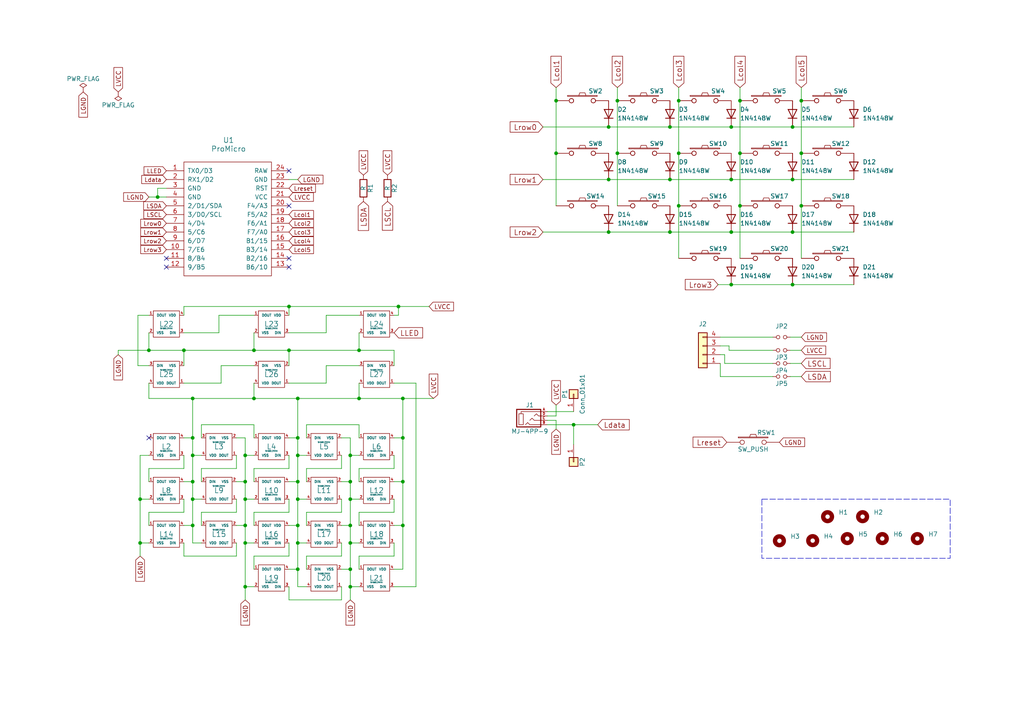
<source format=kicad_sch>
(kicad_sch (version 20230121) (generator eeschema)
  (paper "A4")
  (junction (at 194.31 52.07))
  (junction (at 101.6 165.1))
  (junction (at 83.82 88.9))
  (junction (at 86.36 144.78))
  (junction (at 40.64 157.48))
  (junction (at 179.07 44.45))
  (junction (at 212.09 36.83))
  (junction (at 232.41 44.45))
  (junction (at 212.09 67.31))
  (junction (at 179.07 29.21))
  (junction (at 71.12 132.08))
  (junction (at 116.84 139.7))
  (junction (at 116.84 115.57))
  (junction (at 55.88 115.57))
  (junction (at 55.88 132.08))
  (junction (at 71.12 157.48))
  (junction (at 194.31 67.31))
  (junction (at 196.85 44.45))
  (junction (at 229.87 67.31))
  (junction (at 232.41 29.21))
  (junction (at 196.85 29.21))
  (junction (at 101.6 144.78))
  (junction (at 104.14 101.6))
  (junction (at 43.18 101.6))
  (junction (at 86.36 157.48))
  (junction (at 101.6 170.18))
  (junction (at 71.12 170.18))
  (junction (at 71.12 139.7))
  (junction (at 86.36 127))
  (junction (at 86.36 139.7))
  (junction (at 45.72 57.15))
  (junction (at 229.87 82.55))
  (junction (at 86.36 132.08))
  (junction (at 115.57 88.9))
  (junction (at 161.29 44.45))
  (junction (at 166.37 123.19))
  (junction (at 176.53 67.31))
  (junction (at 73.66 101.6))
  (junction (at 53.34 101.6))
  (junction (at 212.09 82.55))
  (junction (at 214.63 59.69))
  (junction (at 194.31 36.83))
  (junction (at 86.36 115.57))
  (junction (at 83.82 101.6))
  (junction (at 86.36 152.4))
  (junction (at 71.12 152.4))
  (junction (at 196.85 59.69))
  (junction (at 229.87 36.83))
  (junction (at 55.88 139.7))
  (junction (at 55.88 127))
  (junction (at 55.88 152.4))
  (junction (at 116.84 127))
  (junction (at 101.6 157.48))
  (junction (at 214.63 44.45))
  (junction (at 229.87 52.07))
  (junction (at 176.53 52.07))
  (junction (at 101.6 152.4))
  (junction (at 104.14 115.57))
  (junction (at 73.66 115.57))
  (junction (at 232.41 59.69))
  (junction (at 101.6 132.08))
  (junction (at 161.29 29.21))
  (junction (at 71.12 144.78))
  (junction (at 86.36 165.1))
  (junction (at 40.64 144.78))
  (junction (at 176.53 36.83))
  (junction (at 55.88 144.78))
  (junction (at 212.09 52.07))
  (junction (at 101.6 139.7))
  (junction (at 116.84 152.4))
  (junction (at 214.63 29.21))
  (no_connect (at 83.82 74.93))
  (no_connect (at 43.18 127))
  (no_connect (at 83.82 49.53))
  (no_connect (at 48.26 77.47))
  (no_connect (at 83.82 59.69))
  (no_connect (at 83.82 77.47))
  (no_connect (at 48.26 74.93))
  (wire (pts (xy 53.34 152.4) (xy 55.88 152.4)))
  (wire (pts (xy 196.85 59.69) (xy 196.85 74.93)))
  (wire (pts (xy 104.14 148.59) (xy 114.3 148.59)))
  (wire (pts (xy 212.09 67.31) (xy 229.87 67.31)))
  (wire (pts (xy 99.06 161.29) (xy 99.06 157.48)))
  (wire (pts (xy 104.14 139.7) (xy 104.14 135.89)))
  (wire (pts (xy 232.41 109.22) (xy 229.235 109.22)))
  (wire (pts (xy 55.88 152.4) (xy 55.88 157.48)))
  (wire (pts (xy 176.53 36.83) (xy 194.31 36.83)))
  (wire (pts (xy 71.12 152.4) (xy 71.12 157.48)))
  (wire (pts (xy 40.005 106.045) (xy 43.18 106.045)))
  (wire (pts (xy 208.915 105.41) (xy 208.915 109.22)))
  (wire (pts (xy 55.88 139.7) (xy 55.88 144.78)))
  (wire (pts (xy 104.14 152.4) (xy 104.14 148.59)))
  (wire (pts (xy 86.36 132.08) (xy 86.36 139.7)))
  (wire (pts (xy 114.3 161.29) (xy 114.3 157.48)))
  (wire (pts (xy 101.6 170.18) (xy 101.6 173.99)))
  (wire (pts (xy 99.06 148.59) (xy 99.06 144.78)))
  (wire (pts (xy 86.36 132.08) (xy 88.9 132.08)))
  (wire (pts (xy 55.88 132.08) (xy 55.88 139.7)))
  (wire (pts (xy 86.36 127) (xy 86.36 132.08)))
  (wire (pts (xy 83.82 52.07) (xy 86.36 52.07)))
  (wire (pts (xy 229.87 36.83) (xy 247.65 36.83)))
  (wire (pts (xy 83.82 139.7) (xy 86.36 139.7)))
  (wire (pts (xy 73.66 132.08) (xy 71.12 132.08)))
  (wire (pts (xy 158.75 119.38) (xy 166.37 119.38)))
  (wire (pts (xy 34.29 101.6) (xy 43.18 101.6)))
  (wire (pts (xy 86.36 157.48) (xy 86.36 165.1)))
  (wire (pts (xy 40.005 91.44) (xy 40.005 106.045)))
  (wire (pts (xy 232.41 29.21) (xy 232.41 44.45)))
  (wire (pts (xy 214.63 29.21) (xy 214.63 44.45)))
  (wire (pts (xy 43.18 57.15) (xy 45.72 57.15)))
  (wire (pts (xy 101.6 157.48) (xy 101.6 165.1)))
  (wire (pts (xy 86.36 139.7) (xy 86.36 144.78)))
  (wire (pts (xy 45.72 54.61) (xy 48.26 54.61)))
  (wire (pts (xy 43.18 139.7) (xy 43.18 135.89)))
  (wire (pts (xy 166.37 123.19) (xy 166.37 128.905)))
  (wire (pts (xy 43.18 152.4) (xy 43.18 148.59)))
  (wire (pts (xy 86.36 165.1) (xy 86.36 170.18)))
  (wire (pts (xy 115.57 91.44) (xy 114.3 91.44)))
  (wire (pts (xy 68.58 161.29) (xy 53.34 161.29)))
  (wire (pts (xy 229.87 67.31) (xy 247.65 67.31)))
  (wire (pts (xy 212.09 36.83) (xy 229.87 36.83)))
  (wire (pts (xy 210.185 102.87) (xy 210.185 105.41)))
  (wire (pts (xy 114.3 101.6) (xy 114.3 106.045)))
  (wire (pts (xy 99.06 170.18) (xy 99.06 173.99)))
  (wire (pts (xy 196.85 25.4) (xy 196.85 29.21)))
  (wire (pts (xy 214.63 25.4) (xy 214.63 29.21)))
  (wire (pts (xy 71.12 157.48) (xy 71.12 170.18)))
  (wire (pts (xy 71.12 139.7) (xy 71.12 144.78)))
  (wire (pts (xy 99.06 173.99) (xy 83.82 173.99)))
  (wire (pts (xy 43.18 91.44) (xy 40.005 91.44)))
  (wire (pts (xy 86.36 157.48) (xy 88.9 157.48)))
  (wire (pts (xy 73.66 127) (xy 73.66 123.19)))
  (wire (pts (xy 161.29 121.92) (xy 161.29 124.46)))
  (wire (pts (xy 176.53 67.31) (xy 194.31 67.31)))
  (wire (pts (xy 83.82 91.44) (xy 83.82 88.9)))
  (wire (pts (xy 114.3 127) (xy 116.84 127)))
  (wire (pts (xy 229.87 82.55) (xy 247.65 82.55)))
  (wire (pts (xy 53.34 148.59) (xy 53.34 144.78)))
  (wire (pts (xy 40.64 157.48) (xy 40.64 161.29)))
  (wire (pts (xy 73.66 139.7) (xy 73.66 135.89)))
  (wire (pts (xy 99.06 135.89) (xy 99.06 132.08)))
  (wire (pts (xy 104.14 115.57) (xy 116.84 115.57)))
  (wire (pts (xy 34.29 102.87) (xy 34.29 101.6)))
  (wire (pts (xy 86.36 144.78) (xy 86.36 152.4)))
  (wire (pts (xy 101.6 127) (xy 101.6 132.08)))
  (wire (pts (xy 104.14 135.89) (xy 114.3 135.89)))
  (wire (pts (xy 114.3 152.4) (xy 116.84 152.4)))
  (wire (pts (xy 45.72 54.61) (xy 45.72 57.15)))
  (wire (pts (xy 104.14 165.1) (xy 104.14 161.29)))
  (wire (pts (xy 55.88 127) (xy 55.88 132.08)))
  (wire (pts (xy 73.66 161.29) (xy 83.82 161.29)))
  (wire (pts (xy 88.9 152.4) (xy 88.9 148.59)))
  (wire (pts (xy 53.34 127) (xy 55.88 127)))
  (wire (pts (xy 43.18 135.89) (xy 53.34 135.89)))
  (wire (pts (xy 55.88 115.57) (xy 55.88 127)))
  (wire (pts (xy 71.12 144.78) (xy 71.12 152.4)))
  (wire (pts (xy 229.87 52.07) (xy 247.65 52.07)))
  (wire (pts (xy 176.53 52.07) (xy 194.31 52.07)))
  (wire (pts (xy 73.66 148.59) (xy 83.82 148.59)))
  (wire (pts (xy 104.14 111.125) (xy 104.14 115.57)))
  (wire (pts (xy 211.455 100.33) (xy 211.455 101.6)))
  (wire (pts (xy 116.84 127) (xy 116.84 139.7)))
  (wire (pts (xy 43.18 132.08) (xy 40.64 132.08)))
  (wire (pts (xy 114.3 135.89) (xy 114.3 132.08)))
  (wire (pts (xy 86.36 170.18) (xy 88.9 170.18)))
  (wire (pts (xy 40.64 132.08) (xy 40.64 144.78)))
  (wire (pts (xy 114.3 139.7) (xy 116.84 139.7)))
  (wire (pts (xy 73.66 152.4) (xy 73.66 148.59)))
  (wire (pts (xy 104.14 170.18) (xy 101.6 170.18)))
  (wire (pts (xy 73.66 115.57) (xy 86.36 115.57)))
  (wire (pts (xy 43.18 115.57) (xy 55.88 115.57)))
  (wire (pts (xy 86.36 115.57) (xy 86.36 127)))
  (wire (pts (xy 104.14 123.19) (xy 88.9 123.19)))
  (wire (pts (xy 53.34 106.045) (xy 53.34 101.6)))
  (wire (pts (xy 88.9 148.59) (xy 99.06 148.59)))
  (wire (pts (xy 104.14 161.29) (xy 114.3 161.29)))
  (wire (pts (xy 158.75 123.19) (xy 166.37 123.19)))
  (wire (pts (xy 58.42 123.19) (xy 58.42 127)))
  (wire (pts (xy 99.06 165.1) (xy 101.6 165.1)))
  (wire (pts (xy 212.09 82.55) (xy 229.87 82.55)))
  (wire (pts (xy 55.88 115.57) (xy 73.66 115.57)))
  (wire (pts (xy 63.5 91.44) (xy 63.5 96.52)))
  (wire (pts (xy 208.915 100.33) (xy 211.455 100.33)))
  (wire (pts (xy 73.66 157.48) (xy 71.12 157.48)))
  (wire (pts (xy 83.82 135.89) (xy 83.82 132.08)))
  (wire (pts (xy 43.18 157.48) (xy 40.64 157.48)))
  (wire (pts (xy 53.34 111.125) (xy 64.135 111.125)))
  (wire (pts (xy 64.135 111.125) (xy 64.135 106.045)))
  (wire (pts (xy 157.48 36.83) (xy 176.53 36.83)))
  (wire (pts (xy 179.07 25.4) (xy 179.07 29.21)))
  (wire (pts (xy 40.64 144.78) (xy 40.64 157.48)))
  (wire (pts (xy 179.07 29.21) (xy 179.07 44.45)))
  (wire (pts (xy 161.29 29.21) (xy 161.29 44.45)))
  (wire (pts (xy 58.42 132.08) (xy 55.88 132.08)))
  (wire (pts (xy 99.06 127) (xy 101.6 127)))
  (wire (pts (xy 104.14 157.48) (xy 101.6 157.48)))
  (wire (pts (xy 161.29 120.65) (xy 161.29 117.475)))
  (wire (pts (xy 88.9 135.89) (xy 99.06 135.89)))
  (wire (pts (xy 83.82 111.125) (xy 94.615 111.125)))
  (wire (pts (xy 196.85 44.45) (xy 196.85 59.69)))
  (wire (pts (xy 88.9 123.19) (xy 88.9 127)))
  (wire (pts (xy 68.58 127) (xy 71.12 127)))
  (wire (pts (xy 104.14 101.6) (xy 114.3 101.6)))
  (wire (pts (xy 83.82 165.1) (xy 86.36 165.1)))
  (wire (pts (xy 161.29 44.45) (xy 161.29 59.69)))
  (wire (pts (xy 73.66 123.19) (xy 58.42 123.19)))
  (wire (pts (xy 94.615 106.045) (xy 104.14 106.045)))
  (wire (pts (xy 115.57 88.9) (xy 124.46 88.9)))
  (wire (pts (xy 68.58 157.48) (xy 68.58 161.29)))
  (wire (pts (xy 224.155 101.6) (xy 211.455 101.6)))
  (wire (pts (xy 58.42 152.4) (xy 58.42 148.59)))
  (wire (pts (xy 94.615 111.125) (xy 94.615 106.045)))
  (wire (pts (xy 196.85 29.21) (xy 196.85 44.45)))
  (wire (pts (xy 224.155 109.22) (xy 208.915 109.22)))
  (wire (pts (xy 179.07 44.45) (xy 179.07 59.69)))
  (wire (pts (xy 229.235 101.6) (xy 232.41 101.6)))
  (wire (pts (xy 101.6 139.7) (xy 101.6 144.78)))
  (wire (pts (xy 229.235 97.79) (xy 232.41 97.79)))
  (wire (pts (xy 83.82 148.59) (xy 83.82 144.78)))
  (wire (pts (xy 157.48 52.07) (xy 176.53 52.07)))
  (wire (pts (xy 43.18 148.59) (xy 53.34 148.59)))
  (wire (pts (xy 73.66 96.52) (xy 73.66 101.6)))
  (wire (pts (xy 116.84 115.57) (xy 116.84 127)))
  (wire (pts (xy 71.12 170.18) (xy 71.12 173.99)))
  (wire (pts (xy 104.14 144.78) (xy 101.6 144.78)))
  (wire (pts (xy 58.42 135.89) (xy 68.58 135.89)))
  (wire (pts (xy 43.18 96.52) (xy 43.18 101.6)))
  (wire (pts (xy 101.6 144.78) (xy 101.6 152.4)))
  (wire (pts (xy 104.14 127) (xy 104.14 123.19)))
  (wire (pts (xy 120.65 111.125) (xy 120.65 170.18)))
  (wire (pts (xy 232.41 105.41) (xy 229.235 105.41)))
  (wire (pts (xy 166.37 123.19) (xy 173.355 123.19)))
  (wire (pts (xy 104.14 96.52) (xy 104.14 101.6)))
  (wire (pts (xy 99.06 152.4) (xy 101.6 152.4)))
  (wire (pts (xy 94.615 96.52) (xy 83.82 96.52)))
  (wire (pts (xy 116.84 152.4) (xy 116.84 165.1)))
  (wire (pts (xy 83.82 152.4) (xy 86.36 152.4)))
  (wire (pts (xy 83.82 127) (xy 86.36 127)))
  (wire (pts (xy 114.3 148.59) (xy 114.3 144.78)))
  (wire (pts (xy 64.135 106.045) (xy 73.66 106.045)))
  (wire (pts (xy 214.63 59.69) (xy 214.63 74.93)))
  (wire (pts (xy 214.63 44.45) (xy 214.63 59.69)))
  (wire (pts (xy 68.58 148.59) (xy 68.58 144.78)))
  (wire (pts (xy 194.31 52.07) (xy 212.09 52.07)))
  (wire (pts (xy 63.5 96.52) (xy 53.34 96.52)))
  (wire (pts (xy 232.41 59.69) (xy 232.41 74.93)))
  (wire (pts (xy 73.66 144.78) (xy 71.12 144.78)))
  (wire (pts (xy 58.42 139.7) (xy 58.42 135.89)))
  (wire (pts (xy 224.155 105.41) (xy 210.185 105.41)))
  (wire (pts (xy 68.58 152.4) (xy 71.12 152.4)))
  (wire (pts (xy 68.58 139.7) (xy 71.12 139.7)))
  (wire (pts (xy 114.3 111.125) (xy 120.65 111.125)))
  (wire (pts (xy 43.18 111.125) (xy 43.18 115.57)))
  (wire (pts (xy 86.36 115.57) (xy 104.14 115.57)))
  (wire (pts (xy 43.18 101.6) (xy 53.34 101.6)))
  (wire (pts (xy 158.75 120.65) (xy 161.29 120.65)))
  (wire (pts (xy 101.6 165.1) (xy 101.6 170.18)))
  (wire (pts (xy 53.34 101.6) (xy 73.66 101.6)))
  (wire (pts (xy 68.58 135.89) (xy 68.58 132.08)))
  (wire (pts (xy 120.65 170.18) (xy 114.3 170.18)))
  (wire (pts (xy 161.29 25.4) (xy 161.29 29.21)))
  (wire (pts (xy 71.12 127) (xy 71.12 132.08)))
  (wire (pts (xy 104.14 91.44) (xy 94.615 91.44)))
  (wire (pts (xy 212.09 52.07) (xy 229.87 52.07)))
  (wire (pts (xy 83.82 173.99) (xy 83.82 170.18)))
  (wire (pts (xy 83.82 101.6) (xy 104.14 101.6)))
  (wire (pts (xy 116.84 165.1) (xy 114.3 165.1)))
  (wire (pts (xy 115.57 91.44) (xy 115.57 88.9)))
  (wire (pts (xy 83.82 106.045) (xy 83.82 101.6)))
  (wire (pts (xy 73.66 111.125) (xy 73.66 115.57)))
  (wire (pts (xy 58.42 144.78) (xy 55.88 144.78)))
  (wire (pts (xy 194.31 67.31) (xy 212.09 67.31)))
  (wire (pts (xy 232.41 25.4) (xy 232.41 29.21)))
  (wire (pts (xy 208.915 97.79) (xy 224.155 97.79)))
  (wire (pts (xy 157.48 67.31) (xy 176.53 67.31)))
  (wire (pts (xy 158.75 121.92) (xy 161.29 121.92)))
  (wire (pts (xy 58.42 148.59) (xy 68.58 148.59)))
  (wire (pts (xy 73.66 91.44) (xy 63.5 91.44)))
  (wire (pts (xy 101.6 132.08) (xy 101.6 139.7)))
  (wire (pts (xy 73.66 165.1) (xy 73.66 161.29)))
  (wire (pts (xy 53.34 139.7) (xy 55.88 139.7)))
  (wire (pts (xy 53.34 88.9) (xy 83.82 88.9)))
  (wire (pts (xy 73.66 170.18) (xy 71.12 170.18)))
  (wire (pts (xy 88.9 165.1) (xy 88.9 161.29)))
  (wire (pts (xy 73.66 135.89) (xy 83.82 135.89)))
  (wire (pts (xy 73.66 101.6) (xy 83.82 101.6)))
  (wire (pts (xy 83.82 161.29) (xy 83.82 157.48)))
  (wire (pts (xy 116.84 115.57) (xy 125.73 115.57)))
  (wire (pts (xy 53.34 135.89) (xy 53.34 132.08)))
  (wire (pts (xy 101.6 152.4) (xy 101.6 157.48)))
  (wire (pts (xy 99.06 139.7) (xy 101.6 139.7)))
  (wire (pts (xy 45.72 57.15) (xy 48.26 57.15)))
  (wire (pts (xy 55.88 157.48) (xy 58.42 157.48)))
  (wire (pts (xy 208.915 102.87) (xy 210.185 102.87)))
  (wire (pts (xy 86.36 144.78) (xy 88.9 144.78)))
  (wire (pts (xy 71.12 132.08) (xy 71.12 139.7)))
  (wire (pts (xy 88.9 139.7) (xy 88.9 135.89)))
  (wire (pts (xy 86.36 152.4) (xy 86.36 157.48)))
  (wire (pts (xy 232.41 44.45) (xy 232.41 59.69)))
  (wire (pts (xy 55.88 144.78) (xy 55.88 152.4)))
  (wire (pts (xy 116.84 139.7) (xy 116.84 152.4)))
  (wire (pts (xy 94.615 91.44) (xy 94.615 96.52)))
  (wire (pts (xy 53.34 161.29) (xy 53.34 157.48)))
  (wire (pts (xy 208.28 82.55) (xy 212.09 82.55)))
  (wire (pts (xy 194.31 36.83) (xy 212.09 36.83)))
  (wire (pts (xy 53.34 91.44) (xy 53.34 88.9)))
  (wire (pts (xy 104.14 132.08) (xy 101.6 132.08)))
  (wire (pts (xy 88.9 161.29) (xy 99.06 161.29)))
  (wire (pts (xy 83.82 88.9) (xy 115.57 88.9)))
  (wire (pts (xy 43.18 144.78) (xy 40.64 144.78)))
  (rectangle (start 220.98 144.78) (end 275.59 161.925) (stroke (width 0) (type dash)))
  (global_label "LGND" (shape input) (at 43.18 57.15 180) (property "Intersheetrefs" "${INTERSHEET_REFS}" (effects hide)))
  (global_label "LVCC" (shape input) (at 34.29 26.67 90) (property "Intersheetrefs" "${INTERSHEET_REFS}" (effects hide)))
  (global_label "LVCC" (shape input) (at 232.41 101.6 0) (property "Intersheetrefs" "${INTERSHEET_REFS}" (effects hide)))
  (global_label "LLED" (shape input) (at 114.3 96.52 0) (effects (font (size 1.524 1.524))) (property "Intersheetrefs" "${INTERSHEET_REFS}" (effects hide)))
  (global_label "LSCL" (shape input) (at 48.26 62.23 180) (effects (font (size 1.1938 1.1938))) (property "Intersheetrefs" "${INTERSHEET_REFS}" (effects hide)))
  (global_label "LVCC" (shape input) (at 83.82 57.15 0) (property "Intersheetrefs" "${INTERSHEET_REFS}" (effects hide)))
  (global_label "Lrow1" (shape input) (at 48.26 67.31 180) (effects (font (size 1.1938 1.1938))) (property "Intersheetrefs" "${INTERSHEET_REFS}" (effects hide)))
  (global_label "Lreset" (shape input) (at 83.82 54.61 0) (effects (font (size 1.1938 1.1938))) (property "Intersheetrefs" "${INTERSHEET_REFS}" (effects hide)))
  (global_label "Lcol2" (shape input) (at 179.07 25.4 90) (effects (font (size 1.524 1.524))) (property "Intersheetrefs" "${INTERSHEET_REFS}" (effects hide)))
  (global_label "Ldata" (shape input) (at 48.26 52.07 180) (effects (font (size 1.1938 1.1938))) (property "Intersheetrefs" "${INTERSHEET_REFS}" (effects hide)))
  (global_label "Lcol4" (shape input) (at 83.82 69.85 0) (effects (font (size 1.1938 1.1938))) (property "Intersheetrefs" "${INTERSHEET_REFS}" (effects hide)))
  (global_label "Lcol2" (shape input) (at 83.82 64.77 0) (effects (font (size 1.1938 1.1938))) (property "Intersheetrefs" "${INTERSHEET_REFS}" (effects hide)))
  (global_label "Lreset" (shape input) (at 210.82 128.27 180) (effects (font (size 1.524 1.524))) (property "Intersheetrefs" "${INTERSHEET_REFS}" (effects hide)))
  (global_label "Ldata" (shape input) (at 173.355 123.19 0) (effects (font (size 1.524 1.524))) (property "Intersheetrefs" "${INTERSHEET_REFS}" (effects hide)))
  (global_label "Lrow1" (shape input) (at 157.48 52.07 180) (effects (font (size 1.524 1.524))) (property "Intersheetrefs" "${INTERSHEET_REFS}" (effects hide)))
  (global_label "LGND" (shape input) (at 101.6 173.99 270) (property "Intersheetrefs" "${INTERSHEET_REFS}" (effects hide)))
  (global_label "LGND" (shape input) (at 232.41 97.79 0) (property "Intersheetrefs" "${INTERSHEET_REFS}" (effects hide)))
  (global_label "LSCL" (shape input) (at 112.395 58.42 270) (effects (font (size 1.524 1.524))) (property "Intersheetrefs" "${INTERSHEET_REFS}" (effects hide)))
  (global_label "Lcol1" (shape input) (at 83.82 62.23 0) (effects (font (size 1.1938 1.1938))) (property "Intersheetrefs" "${INTERSHEET_REFS}" (effects hide)))
  (global_label "Lcol1" (shape input) (at 161.29 25.4 90) (effects (font (size 1.524 1.524))) (property "Intersheetrefs" "${INTERSHEET_REFS}" (effects hide)))
  (global_label "LVCC" (shape input) (at 112.395 50.8 90) (property "Intersheetrefs" "${INTERSHEET_REFS}" (effects hide)))
  (global_label "LSDA" (shape input) (at 232.41 109.22 0) (effects (font (size 1.524 1.524))) (property "Intersheetrefs" "${INTERSHEET_REFS}" (effects hide)))
  (global_label "LVCC" (shape input) (at 161.29 117.475 90) (property "Intersheetrefs" "${INTERSHEET_REFS}" (effects hide)))
  (global_label "LGND" (shape input) (at 40.64 161.29 270) (property "Intersheetrefs" "${INTERSHEET_REFS}" (effects hide)))
  (global_label "Lcol3" (shape input) (at 196.85 25.4 90) (effects (font (size 1.524 1.524))) (property "Intersheetrefs" "${INTERSHEET_REFS}" (effects hide)))
  (global_label "Lrow0" (shape input) (at 48.26 64.77 180) (effects (font (size 1.1938 1.1938))) (property "Intersheetrefs" "${INTERSHEET_REFS}" (effects hide)))
  (global_label "Lrow0" (shape input) (at 157.48 36.83 180) (effects (font (size 1.524 1.524))) (property "Intersheetrefs" "${INTERSHEET_REFS}" (effects hide)))
  (global_label "LGND" (shape input) (at 24.13 26.67 270) (property "Intersheetrefs" "${INTERSHEET_REFS}" (effects hide)))
  (global_label "Lrow2" (shape input) (at 48.26 69.85 180) (effects (font (size 1.1938 1.1938))) (property "Intersheetrefs" "${INTERSHEET_REFS}" (effects hide)))
  (global_label "LGND" (shape input) (at 34.29 102.87 270) (property "Intersheetrefs" "${INTERSHEET_REFS}" (effects hide)))
  (global_label "Lcol5" (shape input) (at 83.82 72.39 0) (effects (font (size 1.1938 1.1938))) (property "Intersheetrefs" "${INTERSHEET_REFS}" (effects hide)))
  (global_label "LGND" (shape input) (at 71.12 173.99 270) (property "Intersheetrefs" "${INTERSHEET_REFS}" (effects hide)))
  (global_label "Lrow3" (shape input) (at 208.28 82.55 180) (effects (font (size 1.524 1.524))) (property "Intersheetrefs" "${INTERSHEET_REFS}" (effects hide)))
  (global_label "Lcol3" (shape input) (at 83.82 67.31 0) (effects (font (size 1.1938 1.1938))) (property "Intersheetrefs" "${INTERSHEET_REFS}" (effects hide)))
  (global_label "Lcol5" (shape input) (at 232.41 25.4 90) (effects (font (size 1.524 1.524))) (property "Intersheetrefs" "${INTERSHEET_REFS}" (effects hide)))
  (global_label "Lcol4" (shape input) (at 214.63 25.4 90) (effects (font (size 1.524 1.524))) (property "Intersheetrefs" "${INTERSHEET_REFS}" (effects hide)))
  (global_label "LGND" (shape input) (at 86.36 52.07 0) (property "Intersheetrefs" "${INTERSHEET_REFS}" (effects hide)))
  (global_label "LVCC" (shape input) (at 125.73 115.57 90) (property "Intersheetrefs" "${INTERSHEET_REFS}" (effects hide)))
  (global_label "LSDA" (shape input) (at 48.26 59.69 180) (effects (font (size 1.1938 1.1938))) (property "Intersheetrefs" "${INTERSHEET_REFS}" (effects hide)))
  (global_label "LSDA" (shape input) (at 105.41 58.42 270) (effects (font (size 1.524 1.524))) (property "Intersheetrefs" "${INTERSHEET_REFS}" (effects hide)))
  (global_label "LVCC" (shape input) (at 105.41 50.8 90) (property "Intersheetrefs" "${INTERSHEET_REFS}" (effects hide)))
  (global_label "LGND" (shape input) (at 226.06 128.27 0) (property "Intersheetrefs" "${INTERSHEET_REFS}" (effects hide)))
  (global_label "LVCC" (shape input) (at 124.46 88.9 0) (property "Intersheetrefs" "${INTERSHEET_REFS}" (effects hide)))
  (global_label "LSCL" (shape input) (at 232.41 105.41 0) (effects (font (size 1.524 1.524))) (property "Intersheetrefs" "${INTERSHEET_REFS}" (effects hide)))
  (global_label "LGND" (shape input) (at 161.29 124.46 270) (property "Intersheetrefs" "${INTERSHEET_REFS}" (effects hide)))
  (global_label "Lrow2" (shape input) (at 157.48 67.31 180) (effects (font (size 1.524 1.524))) (property "Intersheetrefs" "${INTERSHEET_REFS}" (effects hide)))
  (global_label "LLED" (shape input) (at 48.26 49.53 180) (effects (font (size 1.1938 1.1938))) (property "Intersheetrefs" "${INTERSHEET_REFS}" (effects hide)))
  (global_label "Lrow3" (shape input) (at 48.26 72.39 180) (effects (font (size 1.1938 1.1938))) (property "Intersheetrefs" "${INTERSHEET_REFS}" (effects hide)))
  (symbol (lib_id "kbd:SW_PUSH") (at 240.03 29.21 0) (unit 1)
    (property "Reference" "SW6" (at 243.84 26.416 0))
    (property "Value" "SW_PUSH" (effects hide))
    (property "Footprint" "kbd:ChocV1_V2_Hotswap" (effects hide))
    (property "Datasheet" "https://cdn-shop.adafruit.com/product-files/5118/5118-Choc-Socket.pdf" (effects hide))
    (property "supplier" "Amazon" (effects hide))
    (property "supplier pn" "B0CPVJLMDJ" (effects hide))
    (property "fp check" "Y" (effects hide))
    (property "vendor site" "https://www.amazon.com/100Pieces-Chocolate-Switches-Accessories-Mechanical-PC/dp/B0CPVJLMDJ/ref=sr_1_1?crid=39MD9FOVAQD40&keywords=kailh+socket+swap+1350&qid=1707479659&sprefix=kailh+socket+swap1350%2Caps%2C276&sr=8-1" (effects hide))
    (property "item qty" "100" (effects hide))
  )
  (symbol (lib_id "kbd:Jumper_NO_Small-Device") (at 226.695 105.41 180) (unit 1)
    (property "Reference" "JP4" (at 226.695 107.442 0))
    (property "Value" "Device:Jumper_NO_Small" (effects hide))
    (property "Footprint" "kbd:Jumper" (effects hide))
  )
  (symbol (lib_id "kbd:SW_PUSH") (at 222.25 44.45 0) (unit 1)
    (property "Reference" "SW11" (at 226.06 41.656 0))
    (property "Value" "SW_PUSH" (effects hide))
    (property "Footprint" "kbd:ChocV1_V2_Hotswap" (effects hide))
    (property "Datasheet" "https://cdn-shop.adafruit.com/product-files/5118/5118-Choc-Socket.pdf" (effects hide))
    (property "supplier" "Amazon" (effects hide))
    (property "supplier pn" "B0CPVJLMDJ" (effects hide))
    (property "fp check" "Y" (effects hide))
    (property "vendor site" "https://www.amazon.com/100Pieces-Chocolate-Switches-Accessories-Mechanical-PC/dp/B0CPVJLMDJ/ref=sr_1_1?crid=39MD9FOVAQD40&keywords=kailh+socket+swap+1350&qid=1707479659&sprefix=kailh+socket+swap1350%2Caps%2C276&sr=8-1" (effects hide))
    (property "item qty" "100" (effects hide))
  )
  (symbol (lib_id "Mechanical:MountingHole") (at 226.06 156.845 0) (unit 1)
    (property "Reference" "H3" (at 229.235 155.575 0) (effects (justify left)))
    (property "Value" "MountingHole" (effects hide))
    (property "Footprint" "MountingHole:MountingHole_4.3mm_M4_ISO14580" (effects hide))
  )
  (symbol (lib_id "kbd:SK6812MINI") (at 93.98 167.64 180) (unit 1)
    (property "Reference" "L20" (at 93.98 167.64 0) (effects (font (size 1.4986 1.4986))))
    (property "Value" "SK6812MINI" (at 93.98 166.37 0) (effects (font (size 0.4064 0.4064))))
    (property "Footprint" "kbd:YS-SK6812MINI-E" (effects hide))
    (property "Datasheet" "https://cdn-shop.adafruit.com/product-files/2757/p2757_SK6812RGBW_REV01.pdf" (effects hide))
    (property "supplier" "Amazon" (effects hide))
    (property "supplier pn" "‎B0B7H7NXMB" (effects hide))
    (property "fp check" "?" (effects hide))
    (property "vendor site" "https://www.amazon.com/AITRIP-SSD1306-Character-Compatible-Raspberry/dp/B0B7H7NXMB/ref=sr_1_1_sspa?crid=2T7FMTKN28C1&keywords=SSD1306&qid=1707480712&sprefix=oled%2B91%2B128+32%2Caps%2C289&sr=8-1-spons&sp_csd=d2lkZ2V0TmFtZT1zcF9hdGY&psc=1" (effects hide))
    (property "item qty" "6" (effects hide))
  )
  (symbol (lib_id "Diode:1N4148W") (at 247.65 33.02 90) (unit 1)
    (property "Reference" "D6" (at 250.19 31.75 90) (effects (justify right)))
    (property "Value" "1N4148W" (at 250.19 34.29 90) (effects (justify right)))
    (property "Footprint" "kbd:D_SOD-123" (effects hide))
    (property "Datasheet" "https://www.vishay.com/docs/85748/1n4148w.pdf" (effects hide))
    (property "Sim.Device" "D" (effects hide))
    (property "Sim.Pins" "1=K 2=A" (effects hide))
    (property "supplier" "Amazon" (effects hide))
    (property "supplier pn" "B09DR5KFXM" (effects hide))
    (property "fp check" "Y" (effects hide))
    (property "vendor site" "https://www.amazon.com/Adafruit-Industries-1N4148-SOD-123-Diodes/dp/B09DR5KFXM/ref=sr_1_6?crid=5ICIUYGMC3T4&keywords=1n4148w&qid=1707478838&s=industrial&sprefix=1n4148%2Cindustrial%2C346&sr=1-6" (effects hide))
    (property "item qty" "100" (effects hide))
  )
  (symbol (lib_id "kbd:SK6812MINI") (at 48.26 93.98 0) (unit 1)
    (property "Reference" "L22" (at 48.26 93.98 0) (effects (font (size 1.4986 1.4986))))
    (property "Value" "SK6812MINI" (at 48.26 95.25 0) (effects (font (size 0.4064 0.4064))))
    (property "Footprint" "kbd:SK6812MINI_underglow_rev" (effects hide))
    (property "Datasheet" "https://cdn-shop.adafruit.com/product-files/2757/p2757_SK6812RGBW_REV01.pdf" (effects hide))
    (property "supplier" "Amazon" (effects hide))
    (property "supplier pn" "‎B0B7H7NXMB" (effects hide))
    (property "fp check" "?" (effects hide))
    (property "vendor site" "https://www.amazon.com/AITRIP-SSD1306-Character-Compatible-Raspberry/dp/B0B7H7NXMB/ref=sr_1_1_sspa?crid=2T7FMTKN28C1&keywords=SSD1306&qid=1707480712&sprefix=oled%2B91%2B128+32%2Caps%2C289&sr=8-1-spons&sp_csd=d2lkZ2V0TmFtZT1zcF9hdGY&psc=1" (effects hide))
    (property "item qty" "6" (effects hide))
  )
  (symbol (lib_id "kbd:SK6812MINI") (at 78.74 129.54 0) (unit 1)
    (property "Reference" "L4" (at 78.74 129.54 0) (effects (font (size 1.4986 1.4986))))
    (property "Value" "SK6812MINI" (at 78.74 130.81 0) (effects (font (size 0.4064 0.4064))))
    (property "Footprint" "kbd:YS-SK6812MINI-E" (effects hide))
    (property "Datasheet" "https://cdn-shop.adafruit.com/product-files/2757/p2757_SK6812RGBW_REV01.pdf" (effects hide))
    (property "supplier" "Amazon" (effects hide))
    (property "supplier pn" "‎B0B7H7NXMB" (effects hide))
    (property "fp check" "?" (effects hide))
    (property "vendor site" "https://www.amazon.com/AITRIP-SSD1306-Character-Compatible-Raspberry/dp/B0B7H7NXMB/ref=sr_1_1_sspa?crid=2T7FMTKN28C1&keywords=SSD1306&qid=1707480712&sprefix=oled%2B91%2B128+32%2Caps%2C289&sr=8-1-spons&sp_csd=d2lkZ2V0TmFtZT1zcF9hdGY&psc=1" (effects hide))
    (property "item qty" "6" (effects hide))
  )
  (symbol (lib_id "Mechanical:MountingHole") (at 255.905 156.21 0) (unit 1)
    (property "Reference" "H6" (at 259.08 154.94 0) (effects (justify left)))
    (property "Value" "MountingHole" (effects hide))
    (property "Footprint" "MountingHole:MountingHole_4.3mm_M4_ISO14580" (effects hide))
  )
  (symbol (lib_id "Diode:1N4148W") (at 212.09 63.5 90) (unit 1)
    (property "Reference" "D16" (at 214.63 62.23 90) (effects (justify right)))
    (property "Value" "1N4148W" (at 214.63 64.77 90) (effects (justify right)))
    (property "Footprint" "kbd:D_SOD-123" (effects hide))
    (property "Datasheet" "https://www.vishay.com/docs/85748/1n4148w.pdf" (effects hide))
    (property "Sim.Device" "D" (effects hide))
    (property "Sim.Pins" "1=K 2=A" (effects hide))
    (property "supplier" "Amazon" (effects hide))
    (property "supplier pn" "B09DR5KFXM" (effects hide))
    (property "fp check" "Y" (effects hide))
    (property "vendor site" "https://www.amazon.com/Adafruit-Industries-1N4148-SOD-123-Diodes/dp/B09DR5KFXM/ref=sr_1_6?crid=5ICIUYGMC3T4&keywords=1n4148w&qid=1707478838&s=industrial&sprefix=1n4148%2Cindustrial%2C346&sr=1-6" (effects hide))
    (property "item qty" "100" (effects hide))
  )
  (symbol (lib_id "kbd:SK6812MINI") (at 109.22 93.98 0) (unit 1)
    (property "Reference" "L24" (at 109.22 93.98 0) (effects (font (size 1.4986 1.4986))))
    (property "Value" "SK6812MINI" (at 109.22 95.25 0) (effects (font (size 0.4064 0.4064))))
    (property "Footprint" "kbd:SK6812MINI_underglow_rev" (effects hide))
    (property "Datasheet" "https://cdn-shop.adafruit.com/product-files/2757/p2757_SK6812RGBW_REV01.pdf" (effects hide))
    (property "supplier" "Amazon" (effects hide))
    (property "supplier pn" "‎B0B7H7NXMB" (effects hide))
    (property "fp check" "?" (effects hide))
    (property "vendor site" "https://www.amazon.com/AITRIP-SSD1306-Character-Compatible-Raspberry/dp/B0B7H7NXMB/ref=sr_1_1_sspa?crid=2T7FMTKN28C1&keywords=SSD1306&qid=1707480712&sprefix=oled%2B91%2B128+32%2Caps%2C289&sr=8-1-spons&sp_csd=d2lkZ2V0TmFtZT1zcF9hdGY&psc=1" (effects hide))
    (property "item qty" "6" (effects hide))
  )
  (symbol (lib_id "kbd:MJ-4PP-9") (at 153.67 121.285 0) (unit 1)
    (property "Reference" "J1" (at 153.67 117.475 0))
    (property "Value" "MJ-4PP-9" (at 153.67 125.095 0))
    (property "Footprint" "kbd:MJ-4PP-9_1side" (effects hide))
    (property "Datasheet" "https://www.cuidevices.com/product/resource/sj2-357x-smt.pdf" (effects hide))
    (property "supplier" "Amazon" (effects hide))
    (property "supplier pn" "B07KY7CJCJ" (effects hide))
    (property "fp check" "?" (effects hide))
    (property "vendor site" "https://www.amazon.com/uxcell-Audio-Connector-Mount-Socket/dp/B07KY7CJCJ?th=1" (effects hide))
    (property "item qty" "10" (effects hide))
  )
  (symbol (lib_id "kbd:SW_PUSH") (at 222.25 59.69 0) (unit 1)
    (property "Reference" "SW17" (at 226.06 56.896 0))
    (property "Value" "SW_PUSH" (effects hide))
    (property "Footprint" "kbd:ChocV1_V2_Hotswap" (effects hide))
    (property "Datasheet" "https://cdn-shop.adafruit.com/product-files/5118/5118-Choc-Socket.pdf" (effects hide))
    (property "supplier" "Amazon" (effects hide))
    (property "supplier pn" "B0CPVJLMDJ" (effects hide))
    (property "fp check" "Y" (effects hide))
    (property "vendor site" "https://www.amazon.com/100Pieces-Chocolate-Switches-Accessories-Mechanical-PC/dp/B0CPVJLMDJ/ref=sr_1_1?crid=39MD9FOVAQD40&keywords=kailh+socket+swap+1350&qid=1707479659&sprefix=kailh+socket+swap1350%2Caps%2C276&sr=8-1" (effects hide))
    (property "item qty" "100" (effects hide))
  )
  (symbol (lib_id "kbd:SK6812MINI") (at 48.26 129.54 0) (unit 1)
    (property "Reference" "L2" (at 48.26 129.54 0) (effects (font (size 1.4986 1.4986))))
    (property "Value" "SK6812MINI" (at 48.26 130.81 0) (effects (font (size 0.4064 0.4064))))
    (property "Footprint" "kbd:YS-SK6812MINI-E" (effects hide))
    (property "Datasheet" "https://cdn-shop.adafruit.com/product-files/2757/p2757_SK6812RGBW_REV01.pdf" (effects hide))
    (property "supplier" "Amazon" (effects hide))
    (property "supplier pn" "‎B0B7H7NXMB" (effects hide))
    (property "fp check" "?" (effects hide))
    (property "vendor site" "https://www.amazon.com/AITRIP-SSD1306-Character-Compatible-Raspberry/dp/B0B7H7NXMB/ref=sr_1_1_sspa?crid=2T7FMTKN28C1&keywords=SSD1306&qid=1707480712&sprefix=oled%2B91%2B128+32%2Caps%2C289&sr=8-1-spons&sp_csd=d2lkZ2V0TmFtZT1zcF9hdGY&psc=1" (effects hide))
    (property "item qty" "6" (effects hide))
  )
  (symbol (lib_id "Diode:1N4148W") (at 176.53 63.5 90) (unit 1)
    (property "Reference" "D14" (at 179.07 62.23 90) (effects (justify right)))
    (property "Value" "1N4148W" (at 179.07 64.77 90) (effects (justify right)))
    (property "Footprint" "kbd:D_SOD-123" (effects hide))
    (property "Datasheet" "https://www.vishay.com/docs/85748/1n4148w.pdf" (effects hide))
    (property "Sim.Device" "D" (effects hide))
    (property "Sim.Pins" "1=K 2=A" (effects hide))
    (property "supplier" "Amazon" (effects hide))
    (property "supplier pn" "B09DR5KFXM" (effects hide))
    (property "fp check" "Y" (effects hide))
    (property "vendor site" "https://www.amazon.com/Adafruit-Industries-1N4148-SOD-123-Diodes/dp/B09DR5KFXM/ref=sr_1_6?crid=5ICIUYGMC3T4&keywords=1n4148w&qid=1707478838&s=industrial&sprefix=1n4148%2Cindustrial%2C346&sr=1-6" (effects hide))
    (property "item qty" "100" (effects hide))
  )
  (symbol (lib_id "Connector_Generic:Conn_01x01") (at 166.37 133.985 270) (unit 1)
    (property "Reference" "P2" (at 168.91 133.985 0))
    (property "Value" "Conn_01x01" (effects hide))
    (property "Footprint" "kbd:1pin_conn" (effects hide))
  )
  (symbol (lib_id "Diode:1N4148W") (at 229.87 63.5 90) (unit 1)
    (property "Reference" "D17" (at 232.41 62.23 90) (effects (justify right)))
    (property "Value" "1N4148W" (at 232.41 64.77 90) (effects (justify right)))
    (property "Footprint" "kbd:D_SOD-123" (effects hide))
    (property "Datasheet" "https://www.vishay.com/docs/85748/1n4148w.pdf" (effects hide))
    (property "Sim.Device" "D" (effects hide))
    (property "Sim.Pins" "1=K 2=A" (effects hide))
    (property "supplier" "Amazon" (effects hide))
    (property "supplier pn" "B09DR5KFXM" (effects hide))
    (property "fp check" "Y" (effects hide))
    (property "vendor site" "https://www.amazon.com/Adafruit-Industries-1N4148-SOD-123-Diodes/dp/B09DR5KFXM/ref=sr_1_6?crid=5ICIUYGMC3T4&keywords=1n4148w&qid=1707478838&s=industrial&sprefix=1n4148%2Cindustrial%2C346&sr=1-6" (effects hide))
    (property "item qty" "100" (effects hide))
  )
  (symbol (lib_id "Diode:1N4148W") (at 229.87 33.02 90) (unit 1)
    (property "Reference" "D5" (at 232.41 31.75 90) (effects (justify right)))
    (property "Value" "1N4148W" (at 232.41 34.29 90) (effects (justify right)))
    (property "Footprint" "kbd:D_SOD-123" (effects hide))
    (property "Datasheet" "https://www.vishay.com/docs/85748/1n4148w.pdf" (effects hide))
    (property "Sim.Device" "D" (effects hide))
    (property "Sim.Pins" "1=K 2=A" (effects hide))
    (property "supplier" "Amazon" (effects hide))
    (property "supplier pn" "B09DR5KFXM" (effects hide))
    (property "fp check" "Y" (effects hide))
    (property "vendor site" "https://www.amazon.com/Adafruit-Industries-1N4148-SOD-123-Diodes/dp/B09DR5KFXM/ref=sr_1_6?crid=5ICIUYGMC3T4&keywords=1n4148w&qid=1707478838&s=industrial&sprefix=1n4148%2Cindustrial%2C346&sr=1-6" (effects hide))
    (property "item qty" "100" (effects hide))
  )
  (symbol (lib_id "kbd:SW_PUSH") (at 168.91 44.45 0) (unit 1)
    (property "Reference" "SW8" (at 172.72 41.656 0))
    (property "Value" "SW_PUSH" (effects hide))
    (property "Footprint" "kbd:ChocV1_V2_Hotswap" (effects hide))
    (property "Datasheet" "https://cdn-shop.adafruit.com/product-files/5118/5118-Choc-Socket.pdf" (effects hide))
    (property "supplier" "Amazon" (effects hide))
    (property "supplier pn" "B0CPVJLMDJ" (effects hide))
    (property "fp check" "Y" (effects hide))
    (property "vendor site" "https://www.amazon.com/100Pieces-Chocolate-Switches-Accessories-Mechanical-PC/dp/B0CPVJLMDJ/ref=sr_1_1?crid=39MD9FOVAQD40&keywords=kailh+socket+swap+1350&qid=1707479659&sprefix=kailh+socket+swap1350%2Caps%2C276&sr=8-1" (effects hide))
    (property "item qty" "100" (effects hide))
  )
  (symbol (lib_id "Diode:1N4148W") (at 212.09 78.74 90) (unit 1)
    (property "Reference" "D19" (at 214.63 77.47 90) (effects (justify right)))
    (property "Value" "1N4148W" (at 214.63 80.01 90) (effects (justify right)))
    (property "Footprint" "kbd:D_SOD-123" (effects hide))
    (property "Datasheet" "https://www.vishay.com/docs/85748/1n4148w.pdf" (effects hide))
    (property "Sim.Device" "D" (effects hide))
    (property "Sim.Pins" "1=K 2=A" (effects hide))
    (property "supplier" "Amazon" (effects hide))
    (property "supplier pn" "B09DR5KFXM" (effects hide))
    (property "fp check" "Y" (effects hide))
    (property "vendor site" "https://www.amazon.com/Adafruit-Industries-1N4148-SOD-123-Diodes/dp/B09DR5KFXM/ref=sr_1_6?crid=5ICIUYGMC3T4&keywords=1n4148w&qid=1707478838&s=industrial&sprefix=1n4148%2Cindustrial%2C346&sr=1-6" (effects hide))
    (property "item qty" "100" (effects hide))
  )
  (symbol (lib_id "Diode:1N4148W") (at 176.53 33.02 90) (unit 1)
    (property "Reference" "D2" (at 179.07 31.75 90) (effects (justify right)))
    (property "Value" "1N4148W" (at 179.07 34.29 90) (effects (justify right)))
    (property "Footprint" "kbd:D_SOD-123" (effects hide))
    (property "Datasheet" "https://www.vishay.com/docs/85748/1n4148w.pdf" (effects hide))
    (property "Sim.Device" "D" (effects hide))
    (property "Sim.Pins" "1=K 2=A" (effects hide))
    (property "supplier" "Amazon" (effects hide))
    (property "supplier pn" "B09DR5KFXM" (effects hide))
    (property "fp check" "Y" (effects hide))
    (property "vendor site" "https://www.amazon.com/Adafruit-Industries-1N4148-SOD-123-Diodes/dp/B09DR5KFXM/ref=sr_1_6?crid=5ICIUYGMC3T4&keywords=1n4148w&qid=1707478838&s=industrial&sprefix=1n4148%2Cindustrial%2C346&sr=1-6" (effects hide))
    (property "item qty" "100" (effects hide))
  )
  (symbol (lib_id "kbd:SK6812MINI") (at 109.22 154.94 0) (unit 1)
    (property "Reference" "L18" (at 109.22 154.94 0) (effects (font (size 1.4986 1.4986))))
    (property "Value" "SK6812MINI" (at 109.22 156.21 0) (effects (font (size 0.4064 0.4064))))
    (property "Footprint" "kbd:YS-SK6812MINI-E" (effects hide))
    (property "Datasheet" "https://cdn-shop.adafruit.com/product-files/2757/p2757_SK6812RGBW_REV01.pdf" (effects hide))
    (property "supplier" "Amazon" (effects hide))
    (property "supplier pn" "‎B0B7H7NXMB" (effects hide))
    (property "fp check" "?" (effects hide))
    (property "vendor site" "https://www.amazon.com/AITRIP-SSD1306-Character-Compatible-Raspberry/dp/B0B7H7NXMB/ref=sr_1_1_sspa?crid=2T7FMTKN28C1&keywords=SSD1306&qid=1707480712&sprefix=oled%2B91%2B128+32%2Caps%2C289&sr=8-1-spons&sp_csd=d2lkZ2V0TmFtZT1zcF9hdGY&psc=1" (effects hide))
    (property "item qty" "6" (effects hide))
  )
  (symbol (lib_id "power:PWR_FLAG") (at 34.29 26.67 180) (unit 1)
    (property "Reference" "#FLG02" (effects hide))
    (property "Value" "PWR_FLAG" (at 34.29 30.48 0))
  )
  (symbol (lib_id "kbd:SK6812MINI") (at 63.5 129.54 180) (unit 1)
    (property "Reference" "L3" (at 63.5 129.54 0) (effects (font (size 1.4986 1.4986))))
    (property "Value" "SK6812MINI" (at 63.5 128.27 0) (effects (font (size 0.4064 0.4064))))
    (property "Footprint" "kbd:YS-SK6812MINI-E" (effects hide))
    (property "Datasheet" "https://cdn-shop.adafruit.com/product-files/2757/p2757_SK6812RGBW_REV01.pdf" (effects hide))
    (property "supplier" "Amazon" (effects hide))
    (property "supplier pn" "‎B0B7H7NXMB" (effects hide))
    (property "fp check" "?" (effects hide))
    (property "vendor site" "https://www.amazon.com/AITRIP-SSD1306-Character-Compatible-Raspberry/dp/B0B7H7NXMB/ref=sr_1_1_sspa?crid=2T7FMTKN28C1&keywords=SSD1306&qid=1707480712&sprefix=oled%2B91%2B128+32%2Caps%2C289&sr=8-1-spons&sp_csd=d2lkZ2V0TmFtZT1zcF9hdGY&psc=1" (effects hide))
    (property "item qty" "6" (effects hide))
  )
  (symbol (lib_id "kbd:SW_PUSH") (at 240.03 44.45 0) (unit 1)
    (property "Reference" "SW12" (at 243.84 41.656 0))
    (property "Value" "SW_PUSH" (effects hide))
    (property "Footprint" "kbd:ChocV1_V2_Hotswap" (effects hide))
    (property "Datasheet" "https://cdn-shop.adafruit.com/product-files/5118/5118-Choc-Socket.pdf" (effects hide))
    (property "supplier" "Amazon" (effects hide))
    (property "supplier pn" "B0CPVJLMDJ" (effects hide))
    (property "fp check" "Y" (effects hide))
    (property "vendor site" "https://www.amazon.com/100Pieces-Chocolate-Switches-Accessories-Mechanical-PC/dp/B0CPVJLMDJ/ref=sr_1_1?crid=39MD9FOVAQD40&keywords=kailh+socket+swap+1350&qid=1707479659&sprefix=kailh+socket+swap1350%2Caps%2C276&sr=8-1" (effects hide))
    (property "item qty" "100" (effects hide))
  )
  (symbol (lib_id "Diode:1N4148W") (at 194.31 33.02 90) (unit 1)
    (property "Reference" "D3" (at 196.85 31.75 90) (effects (justify right)))
    (property "Value" "1N4148W" (at 196.85 34.29 90) (effects (justify right)))
    (property "Footprint" "kbd:D_SOD-123" (effects hide))
    (property "Datasheet" "https://www.vishay.com/docs/85748/1n4148w.pdf" (effects hide))
    (property "Sim.Device" "D" (effects hide))
    (property "Sim.Pins" "1=K 2=A" (effects hide))
    (property "supplier" "Amazon" (effects hide))
    (property "supplier pn" "B09DR5KFXM" (effects hide))
    (property "fp check" "Y" (effects hide))
    (property "vendor site" "https://www.amazon.com/Adafruit-Industries-1N4148-SOD-123-Diodes/dp/B09DR5KFXM/ref=sr_1_6?crid=5ICIUYGMC3T4&keywords=1n4148w&qid=1707478838&s=industrial&sprefix=1n4148%2Cindustrial%2C346&sr=1-6" (effects hide))
    (property "item qty" "100" (effects hide))
  )
  (symbol (lib_id "kbd:SW_PUSH") (at 240.03 74.93 0) (unit 1)
    (property "Reference" "SW21" (at 243.84 72.136 0))
    (property "Value" "SW_PUSH" (effects hide))
    (property "Footprint" "kbd:ChocV1_V2_Hotswap_1.5u" (effects hide))
    (property "Datasheet" "https://cdn-shop.adafruit.com/product-files/5118/5118-Choc-Socket.pdf" (effects hide))
    (property "supplier" "Amazon" (effects hide))
    (property "supplier pn" "B0CPVJLMDJ" (effects hide))
    (property "fp check" "Y" (effects hide))
    (property "vendor site" "https://www.amazon.com/100Pieces-Chocolate-Switches-Accessories-Mechanical-PC/dp/B0CPVJLMDJ/ref=sr_1_1?crid=39MD9FOVAQD40&keywords=kailh+socket+swap+1350&qid=1707479659&sprefix=kailh+socket+swap1350%2Caps%2C276&sr=8-1" (effects hide))
    (property "item qty" "100" (effects hide))
  )
  (symbol (lib_id "Mechanical:MountingHole") (at 240.03 149.86 0) (unit 1)
    (property "Reference" "H1" (at 243.205 148.59 0) (effects (justify left)))
    (property "Value" "MountingHole" (effects hide))
    (property "Footprint" "MountingHole:MountingHole_2.2mm_M2_ISO14580" (effects hide))
  )
  (symbol (lib_id "Diode:1N4148W") (at 194.31 48.26 90) (unit 1)
    (property "Reference" "D9" (at 196.85 46.99 90) (effects (justify right)))
    (property "Value" "1N4148W" (at 196.85 49.53 90) (effects (justify right)))
    (property "Footprint" "kbd:D_SOD-123" (effects hide))
    (property "Datasheet" "https://www.vishay.com/docs/85748/1n4148w.pdf" (effects hide))
    (property "Sim.Device" "D" (effects hide))
    (property "Sim.Pins" "1=K 2=A" (effects hide))
    (property "supplier" "Amazon" (effects hide))
    (property "supplier pn" "B09DR5KFXM" (effects hide))
    (property "fp check" "Y" (effects hide))
    (property "vendor site" "https://www.amazon.com/Adafruit-Industries-1N4148-SOD-123-Diodes/dp/B09DR5KFXM/ref=sr_1_6?crid=5ICIUYGMC3T4&keywords=1n4148w&qid=1707478838&s=industrial&sprefix=1n4148%2Cindustrial%2C346&sr=1-6" (effects hide))
    (property "item qty" "100" (effects hide))
  )
  (symbol (lib_id "kbd:SW_PUSH") (at 222.25 29.21 0) (unit 1)
    (property "Reference" "SW5" (at 226.06 26.416 0))
    (property "Value" "SW_PUSH" (effects hide))
    (property "Footprint" "kbd:ChocV1_V2_Hotswap" (effects hide))
    (property "Datasheet" "https://cdn-shop.adafruit.com/product-files/5118/5118-Choc-Socket.pdf" (effects hide))
    (property "supplier" "Amazon" (effects hide))
    (property "supplier pn" "B0CPVJLMDJ" (effects hide))
    (property "fp check" "Y" (effects hide))
    (property "vendor site" "https://www.amazon.com/100Pieces-Chocolate-Switches-Accessories-Mechanical-PC/dp/B0CPVJLMDJ/ref=sr_1_1?crid=39MD9FOVAQD40&keywords=kailh+socket+swap+1350&qid=1707479659&sprefix=kailh+socket+swap1350%2Caps%2C276&sr=8-1" (effects hide))
    (property "item qty" "100" (effects hide))
  )
  (symbol (lib_id "kbd:SK6812MINI") (at 93.98 142.24 180) (unit 1)
    (property "Reference" "L11" (at 93.98 142.24 0) (effects (font (size 1.4986 1.4986))))
    (property "Value" "SK6812MINI" (at 93.98 140.97 0) (effects (font (size 0.4064 0.4064))))
    (property "Footprint" "kbd:YS-SK6812MINI-E" (effects hide))
    (property "Datasheet" "https://cdn-shop.adafruit.com/product-files/2757/p2757_SK6812RGBW_REV01.pdf" (effects hide))
    (property "supplier" "Amazon" (effects hide))
    (property "supplier pn" "‎B0B7H7NXMB" (effects hide))
    (property "fp check" "?" (effects hide))
    (property "vendor site" "https://www.amazon.com/AITRIP-SSD1306-Character-Compatible-Raspberry/dp/B0B7H7NXMB/ref=sr_1_1_sspa?crid=2T7FMTKN28C1&keywords=SSD1306&qid=1707480712&sprefix=oled%2B91%2B128+32%2Caps%2C289&sr=8-1-spons&sp_csd=d2lkZ2V0TmFtZT1zcF9hdGY&psc=1" (effects hide))
    (property "item qty" "6" (effects hide))
  )
  (symbol (lib_id "Device:R") (at 105.41 54.61 0) (unit 1)
    (property "Reference" "R1" (at 107.442 54.61 90))
    (property "Value" "R" (at 105.41 54.61 90))
    (property "Footprint" "kbd:R" (effects hide))
  )
  (symbol (lib_id "kbd:SK6812MINI") (at 63.5 142.24 180) (unit 1)
    (property "Reference" "L9" (at 63.5 142.24 0) (effects (font (size 1.4986 1.4986))))
    (property "Value" "SK6812MINI" (at 63.5 140.97 0) (effects (font (size 0.4064 0.4064))))
    (property "Footprint" "kbd:YS-SK6812MINI-E" (effects hide))
    (property "Datasheet" "https://cdn-shop.adafruit.com/product-files/2757/p2757_SK6812RGBW_REV01.pdf" (effects hide))
    (property "supplier" "Amazon" (effects hide))
    (property "supplier pn" "‎B0B7H7NXMB" (effects hide))
    (property "fp check" "?" (effects hide))
    (property "vendor site" "https://www.amazon.com/AITRIP-SSD1306-Character-Compatible-Raspberry/dp/B0B7H7NXMB/ref=sr_1_1_sspa?crid=2T7FMTKN28C1&keywords=SSD1306&qid=1707480712&sprefix=oled%2B91%2B128+32%2Caps%2C289&sr=8-1-spons&sp_csd=d2lkZ2V0TmFtZT1zcF9hdGY&psc=1" (effects hide))
    (property "item qty" "6" (effects hide))
  )
  (symbol (lib_id "kbd:SW_PUSH") (at 204.47 44.45 0) (unit 1)
    (property "Reference" "SW10" (at 208.28 41.656 0))
    (property "Value" "SW_PUSH" (effects hide))
    (property "Footprint" "kbd:ChocV1_V2_Hotswap" (effects hide))
    (property "Datasheet" "https://cdn-shop.adafruit.com/product-files/5118/5118-Choc-Socket.pdf" (effects hide))
    (property "supplier" "Amazon" (effects hide))
    (property "supplier pn" "B0CPVJLMDJ" (effects hide))
    (property "fp check" "Y" (effects hide))
    (property "vendor site" "https://www.amazon.com/100Pieces-Chocolate-Switches-Accessories-Mechanical-PC/dp/B0CPVJLMDJ/ref=sr_1_1?crid=39MD9FOVAQD40&keywords=kailh+socket+swap+1350&qid=1707479659&sprefix=kailh+socket+swap1350%2Caps%2C276&sr=8-1" (effects hide))
    (property "item qty" "100" (effects hide))
  )
  (symbol (lib_id "kbd:Jumper_NO_Small-Device") (at 226.695 97.79 0) (unit 1)
    (property "Reference" "JP2" (at 226.695 94.615 0))
    (property "Value" "Device:Jumper_NO_Small" (effects hide))
    (property "Footprint" "kbd:Jumper" (effects hide))
  )
  (symbol (lib_id "kbd:Jumper_NO_Small-Device") (at 226.695 109.22 180) (unit 1)
    (property "Reference" "JP5" (at 226.695 111.252 0))
    (property "Value" "Device:Jumper_NO_Small" (effects hide))
    (property "Footprint" "kbd:Jumper" (effects hide))
  )
  (symbol (lib_id "kbd:SK6812MINI") (at 48.26 142.24 0) (unit 1)
    (property "Reference" "L8" (at 48.26 142.24 0) (effects (font (size 1.4986 1.4986))))
    (property "Value" "SK6812MINI" (at 48.26 143.51 0) (effects (font (size 0.4064 0.4064))))
    (property "Footprint" "kbd:YS-SK6812MINI-E" (effects hide))
    (property "Datasheet" "https://cdn-shop.adafruit.com/product-files/2757/p2757_SK6812RGBW_REV01.pdf" (effects hide))
    (property "supplier" "Amazon" (effects hide))
    (property "supplier pn" "‎B0B7H7NXMB" (effects hide))
    (property "fp check" "?" (effects hide))
    (property "vendor site" "https://www.amazon.com/AITRIP-SSD1306-Character-Compatible-Raspberry/dp/B0B7H7NXMB/ref=sr_1_1_sspa?crid=2T7FMTKN28C1&keywords=SSD1306&qid=1707480712&sprefix=oled%2B91%2B128+32%2Caps%2C289&sr=8-1-spons&sp_csd=d2lkZ2V0TmFtZT1zcF9hdGY&psc=1" (effects hide))
    (property "item qty" "6" (effects hide))
  )
  (symbol (lib_id "kbd:SW_PUSH") (at 204.47 59.69 0) (unit 1)
    (property "Reference" "SW16" (at 208.28 56.896 0))
    (property "Value" "SW_PUSH" (effects hide))
    (property "Footprint" "kbd:ChocV1_V2_Hotswap" (effects hide))
    (property "Datasheet" "https://cdn-shop.adafruit.com/product-files/5118/5118-Choc-Socket.pdf" (effects hide))
    (property "supplier" "Amazon" (effects hide))
    (property "supplier pn" "B0CPVJLMDJ" (effects hide))
    (property "fp check" "Y" (effects hide))
    (property "vendor site" "https://www.amazon.com/100Pieces-Chocolate-Switches-Accessories-Mechanical-PC/dp/B0CPVJLMDJ/ref=sr_1_1?crid=39MD9FOVAQD40&keywords=kailh+socket+swap+1350&qid=1707479659&sprefix=kailh+socket+swap1350%2Caps%2C276&sr=8-1" (effects hide))
    (property "item qty" "100" (effects hide))
  )
  (symbol (lib_id "Diode:1N4148W") (at 212.09 48.26 90) (unit 1)
    (property "Reference" "D10" (at 214.63 46.99 90) (effects (justify right)))
    (property "Value" "1N4148W" (at 214.63 49.53 90) (effects (justify right)))
    (property "Footprint" "kbd:D_SOD-123" (effects hide))
    (property "Datasheet" "https://www.vishay.com/docs/85748/1n4148w.pdf" (effects hide))
    (property "Sim.Device" "D" (effects hide))
    (property "Sim.Pins" "1=K 2=A" (effects hide))
    (property "supplier" "Amazon" (effects hide))
    (property "supplier pn" "B09DR5KFXM" (effects hide))
    (property "fp check" "Y" (effects hide))
    (property "vendor site" "https://www.amazon.com/Adafruit-Industries-1N4148-SOD-123-Diodes/dp/B09DR5KFXM/ref=sr_1_6?crid=5ICIUYGMC3T4&keywords=1n4148w&qid=1707478838&s=industrial&sprefix=1n4148%2Cindustrial%2C346&sr=1-6" (effects hide))
    (property "item qty" "100" (effects hide))
  )
  (symbol (lib_id "Mechanical:MountingHole") (at 235.7138 156.8022 0) (unit 1)
    (property "Reference" "H4" (at 238.8888 155.5322 0) (effects (justify left)))
    (property "Value" "MountingHole" (effects hide))
    (property "Footprint" "MountingHole:MountingHole_4.3mm_M4_ISO14580" (effects hide))
  )
  (symbol (lib_id "Connector_Generic:Conn_01x01") (at 166.37 114.3 90) (unit 1)
    (property "Reference" "P1" (at 163.83 114.3 0))
    (property "Value" "Conn_01x01" (at 168.91 114.3 0))
    (property "Footprint" "kbd:1pin_conn" (effects hide))
  )
  (symbol (lib_id "kbd:SK6812MINI") (at 78.74 154.94 0) (unit 1)
    (property "Reference" "L16" (at 78.74 154.94 0) (effects (font (size 1.4986 1.4986))))
    (property "Value" "SK6812MINI" (at 78.74 156.21 0) (effects (font (size 0.4064 0.4064))))
    (property "Footprint" "kbd:YS-SK6812MINI-E" (effects hide))
    (property "Datasheet" "https://cdn-shop.adafruit.com/product-files/2757/p2757_SK6812RGBW_REV01.pdf" (effects hide))
    (property "supplier" "Amazon" (effects hide))
    (property "supplier pn" "‎B0B7H7NXMB" (effects hide))
    (property "fp check" "?" (effects hide))
    (property "vendor site" "https://www.amazon.com/AITRIP-SSD1306-Character-Compatible-Raspberry/dp/B0B7H7NXMB/ref=sr_1_1_sspa?crid=2T7FMTKN28C1&keywords=SSD1306&qid=1707480712&sprefix=oled%2B91%2B128+32%2Caps%2C289&sr=8-1-spons&sp_csd=d2lkZ2V0TmFtZT1zcF9hdGY&psc=1" (effects hide))
    (property "item qty" "6" (effects hide))
  )
  (symbol (lib_id "kbd:SW_PUSH") (at 204.47 74.93 0) (unit 1)
    (property "Reference" "SW19" (at 208.28 72.136 0))
    (property "Value" "SW_PUSH" (effects hide))
    (property "Footprint" "kbd:ChocV1_V2_Hotswap" (effects hide))
    (property "Datasheet" "https://cdn-shop.adafruit.com/product-files/5118/5118-Choc-Socket.pdf" (effects hide))
    (property "supplier" "Amazon" (effects hide))
    (property "supplier pn" "B0CPVJLMDJ" (effects hide))
    (property "fp check" "Y" (effects hide))
    (property "vendor site" "https://www.amazon.com/100Pieces-Chocolate-Switches-Accessories-Mechanical-PC/dp/B0CPVJLMDJ/ref=sr_1_1?crid=39MD9FOVAQD40&keywords=kailh+socket+swap+1350&qid=1707479659&sprefix=kailh+socket+swap1350%2Caps%2C276&sr=8-1" (effects hide))
    (property "item qty" "100" (effects hide))
  )
  (symbol (lib_id "power:PWR_FLAG") (at 24.13 26.67 0) (unit 1)
    (property "Reference" "#FLG01" (effects hide))
    (property "Value" "PWR_FLAG" (at 24.13 22.86 0))
  )
  (symbol (lib_id "Diode:1N4148W") (at 194.31 63.5 90) (unit 1)
    (property "Reference" "D15" (at 196.85 62.23 90) (effects (justify right)))
    (property "Value" "1N4148W" (at 196.85 64.77 90) (effects (justify right)))
    (property "Footprint" "kbd:D_SOD-123" (effects hide))
    (property "Datasheet" "https://www.vishay.com/docs/85748/1n4148w.pdf" (effects hide))
    (property "Sim.Device" "D" (effects hide))
    (property "Sim.Pins" "1=K 2=A" (effects hide))
    (property "supplier" "Amazon" (effects hide))
    (property "supplier pn" "B09DR5KFXM" (effects hide))
    (property "fp check" "Y" (effects hide))
    (property "vendor site" "https://www.amazon.com/Adafruit-Industries-1N4148-SOD-123-Diodes/dp/B09DR5KFXM/ref=sr_1_6?crid=5ICIUYGMC3T4&keywords=1n4148w&qid=1707478838&s=industrial&sprefix=1n4148%2Cindustrial%2C346&sr=1-6" (effects hide))
    (property "item qty" "100" (effects hide))
  )
  (symbol (lib_id "Device:R") (at 112.395 54.61 0) (unit 1)
    (property "Reference" "R2" (at 114.427 54.61 90))
    (property "Value" "R" (at 112.395 54.61 90))
    (property "Footprint" "kbd:R" (effects hide))
  )
  (symbol (lib_id "Diode:1N4148W") (at 229.87 48.26 90) (unit 1)
    (property "Reference" "D11" (at 232.41 46.99 90) (effects (justify right)))
    (property "Value" "1N4148W" (at 232.41 49.53 90) (effects (justify right)))
    (property "Footprint" "kbd:D_SOD-123" (effects hide))
    (property "Datasheet" "https://www.vishay.com/docs/85748/1n4148w.pdf" (effects hide))
    (property "Sim.Device" "D" (effects hide))
    (property "Sim.Pins" "1=K 2=A" (effects hide))
    (property "supplier" "Amazon" (effects hide))
    (property "supplier pn" "B09DR5KFXM" (effects hide))
    (property "fp check" "Y" (effects hide))
    (property "vendor site" "https://www.amazon.com/Adafruit-Industries-1N4148-SOD-123-Diodes/dp/B09DR5KFXM/ref=sr_1_6?crid=5ICIUYGMC3T4&keywords=1n4148w&qid=1707478838&s=industrial&sprefix=1n4148%2Cindustrial%2C346&sr=1-6" (effects hide))
    (property "item qty" "100" (effects hide))
  )
  (symbol (lib_id "kbd:SW_PUSH") (at 218.44 128.27 0) (unit 1)
    (property "Reference" "RSW1" (at 222.25 125.476 0))
    (property "Value" "SW_PUSH" (at 218.44 130.302 0))
    (property "Footprint" "kbd:ResetSW_1side" (effects hide))
    (property "Datasheet" "https://www.ckswitches.com/media/2779/pts636.pdf" (effects hide))
    (property "supplier" "Amazon" (effects hide))
    (property "supplier pn" "B07H9ZSZD4" (effects hide))
    (property "fp check" "Y" (effects hide))
    (property "vendor site" "https://www.amazon.com/-/es/uxcell-0-118x0-236x0-197-Peque%C3%B1o-Interruptor-moment%C3%A1neo/dp/B07H9ZSZD4/ref=sr_1_31?crid=4NVCD9MOUHAD&keywords=reset+switch+" (effects hide))
    (property "item qty" "50" (effects hide))
  )
  (symbol (lib_id "kbd:ProMicro") (at 66.294 62.23 0) (unit 1)
    (property "Reference" "U1" (at 66.294 40.64 0) (effects (font (size 1.524 1.524))))
    (property "Value" "ProMicro" (at 66.294 43.18 0) (effects (font (size 1.524 1.524))))
    (property "Footprint" "kbd:ProMicro_v2_1side" (effects hide))
    (property "Datasheet" "https://cdn.sparkfun.com/datasheets/Dev/Arduino/Boards/ProMicro16MHzv1.pdf" (effects hide))
    (property "item qty" "3" (effects hide))
    (property "supplier" "Amazon" (effects hide))
    (property "supplier pn" "‎B09TKMM8N5" (effects hide))
    (property "vendor site" "https://www.amazon.com/OSOYOO-Mega32U4-Leonardo-Module-Arduino/dp/B09TKMM8N5/ref=sxin_14_pa_sp_search_thematic_sspa?content-id=amzn1.sym.92181fe7-c843-4c1b-b489-84c087a93895%3Aamzn1.sym.92181fe7-c843-4c1b-b489-84c087a93895&crid=350RLSIHKUT8&cv_ct_cx=pro%2Bmicro&keywords=pro%2Bmicro&pd_rd_i=B09TKMM8N5&pd_rd_r=5f4480fa-cb6b-4b13-8f77-895fafb2cbed&pd_rd_w=rL43q&pd_rd_wg=PndTY&pf_rd_p=92181fe7-c843-4c1b-b489-84c087a93895&pf_rd_r=XSY2W4HCADXSTP8XPM1W&qid=1707563384&sbo=RZvfv%2F%2FHxDF%2BO5021pAnSA%3D%3D&sprefix=pro%2Bmi%2Caps%2C344&sr=1-3-364cf978-ce2a-480a-9bb0-bdb96faa0f61-spons&sp_csd=d2lkZ2V0TmFtZT1zcF9zZWFyY2hfdGhlbWF0aWM&th=1" (effects hide))
  )
  (symbol (lib_id "kbd:SK6812MINI") (at 93.98 154.94 180) (unit 1)
    (property "Reference" "L17" (at 93.98 154.94 0) (effects (font (size 1.4986 1.4986))))
    (property "Value" "SK6812MINI" (at 93.98 153.67 0) (effects (font (size 0.4064 0.4064))))
    (property "Footprint" "kbd:YS-SK6812MINI-E" (effects hide))
    (property "Datasheet" "https://cdn-shop.adafruit.com/product-files/2757/p2757_SK6812RGBW_REV01.pdf" (effects hide))
    (property "supplier" "Amazon" (effects hide))
    (property "supplier pn" "‎B0B7H7NXMB" (effects hide))
    (property "fp check" "?" (effects hide))
    (property "vendor site" "https://www.amazon.com/AITRIP-SSD1306-Character-Compatible-Raspberry/dp/B0B7H7NXMB/ref=sr_1_1_sspa?crid=2T7FMTKN28C1&keywords=SSD1306&qid=1707480712&sprefix=oled%2B91%2B128+32%2Caps%2C289&sr=8-1-spons&sp_csd=d2lkZ2V0TmFtZT1zcF9hdGY&psc=1" (effects hide))
    (property "item qty" "6" (effects hide))
  )
  (symbol (lib_id "Diode:1N4148W") (at 247.65 63.5 90) (unit 1)
    (property "Reference" "D18" (at 250.19 62.23 90) (effects (justify right)))
    (property "Value" "1N4148W" (at 250.19 64.77 90) (effects (justify right)))
    (property "Footprint" "kbd:D_SOD-123" (effects hide))
    (property "Datasheet" "https://www.vishay.com/docs/85748/1n4148w.pdf" (effects hide))
    (property "Sim.Device" "D" (effects hide))
    (property "Sim.Pins" "1=K 2=A" (effects hide))
    (property "supplier" "Amazon" (effects hide))
    (property "supplier pn" "B09DR5KFXM" (effects hide))
    (property "fp check" "Y" (effects hide))
    (property "vendor site" "https://www.amazon.com/Adafruit-Industries-1N4148-SOD-123-Diodes/dp/B09DR5KFXM/ref=sr_1_6?crid=5ICIUYGMC3T4&keywords=1n4148w&qid=1707478838&s=industrial&sprefix=1n4148%2Cindustrial%2C346&sr=1-6" (effects hide))
    (property "item qty" "100" (effects hide))
  )
  (symbol (lib_id "Connector_Generic:Conn_01x04") (at 203.835 102.87 180) (unit 1)
    (property "Reference" "J2" (at 203.835 93.98 0))
    (property "Value" "Conn_01x04" (effects hide))
    (property "Footprint" "kbd:OLED_1side" (effects hide))
    (property "Datasheet" "https://robu.in/wp-content/uploads/2019/12/ER-OLEDM0.91-1_Datasheet_617717.pdf" (effects hide))
    (property "supplier" "Amazon" (effects hide))
    (property "supplier pn" "B0925V1DZK" (effects hide))
    (property "fp check" "Y" (effects hide))
    (property "vendor site" "https://www.amazon.com/-/es/pantalla-pulgadas-SSD1306-controlador-cabezales/dp/B0925V1DZK/ref=sr_1_1?__mk_es_US=%C3%85M%C3%85%C5%BD%C3%95%C3%91&crid=356Z6N7LWTXAB&keywords=oled%2B91%2B128*32&qid=1707432114&sprefix=oled%2B91%2B128%2B3%2Caps%2C475&sr=8-1&th=1" (effects hide))
    (property "item qty" "10" (effects hide))
  )
  (symbol (lib_id "kbd:SK6812MINI") (at 78.74 108.585 180) (unit 1)
    (property "Reference" "L26" (at 78.74 108.585 0) (effects (font (size 1.4986 1.4986))))
    (property "Value" "SK6812MINI" (at 78.74 107.315 0) (effects (font (size 0.4064 0.4064))))
    (property "Footprint" "kbd:SK6812MINI_underglow_rev" (effects hide))
    (property "Datasheet" "https://cdn-shop.adafruit.com/product-files/2757/p2757_SK6812RGBW_REV01.pdf" (effects hide))
    (property "supplier" "Amazon" (effects hide))
    (property "supplier pn" "‎B0B7H7NXMB" (effects hide))
    (property "fp check" "?" (effects hide))
    (property "vendor site" "https://www.amazon.com/AITRIP-SSD1306-Character-Compatible-Raspberry/dp/B0B7H7NXMB/ref=sr_1_1_sspa?crid=2T7FMTKN28C1&keywords=SSD1306&qid=1707480712&sprefix=oled%2B91%2B128+32%2Caps%2C289&sr=8-1-spons&sp_csd=d2lkZ2V0TmFtZT1zcF9hdGY&psc=1" (effects hide))
    (property "item qty" "6" (effects hide))
  )
  (symbol (lib_id "kbd:SK6812MINI") (at 109.22 129.54 0) (unit 1)
    (property "Reference" "L6" (at 109.22 129.54 0) (effects (font (size 1.4986 1.4986))))
    (property "Value" "SK6812MINI" (at 109.22 130.81 0) (effects (font (size 0.4064 0.4064))))
    (property "Footprint" "kbd:YS-SK6812MINI-E" (effects hide))
    (property "Datasheet" "https://cdn-shop.adafruit.com/product-files/2757/p2757_SK6812RGBW_REV01.pdf" (effects hide))
    (property "supplier" "Amazon" (effects hide))
    (property "supplier pn" "‎B0B7H7NXMB" (effects hide))
    (property "fp check" "?" (effects hide))
    (property "vendor site" "https://www.amazon.com/AITRIP-SSD1306-Character-Compatible-Raspberry/dp/B0B7H7NXMB/ref=sr_1_1_sspa?crid=2T7FMTKN28C1&keywords=SSD1306&qid=1707480712&sprefix=oled%2B91%2B128+32%2Caps%2C289&sr=8-1-spons&sp_csd=d2lkZ2V0TmFtZT1zcF9hdGY&psc=1" (effects hide))
    (property "item qty" "6" (effects hide))
  )
  (symbol (lib_id "Mechanical:MountingHole") (at 250.19 149.86 0) (unit 1)
    (property "Reference" "H2" (at 253.365 148.59 0) (effects (justify left)))
    (property "Value" "MountingHole" (effects hide))
    (property "Footprint" "MountingHole:MountingHole_2.2mm_M2_ISO14580" (effects hide))
  )
  (symbol (lib_id "kbd:SK6812MINI") (at 78.74 167.64 0) (unit 1)
    (property "Reference" "L19" (at 78.74 167.64 0) (effects (font (size 1.4986 1.4986))))
    (property "Value" "SK6812MINI" (at 78.74 168.91 0) (effects (font (size 0.4064 0.4064))))
    (property "Footprint" "kbd:YS-SK6812MINI-E" (effects hide))
    (property "Datasheet" "https://cdn-shop.adafruit.com/product-files/2757/p2757_SK6812RGBW_REV01.pdf" (effects hide))
    (property "supplier" "Amazon" (effects hide))
    (property "supplier pn" "‎B0B7H7NXMB" (effects hide))
    (property "fp check" "?" (effects hide))
    (property "vendor site" "https://www.amazon.com/AITRIP-SSD1306-Character-Compatible-Raspberry/dp/B0B7H7NXMB/ref=sr_1_1_sspa?crid=2T7FMTKN28C1&keywords=SSD1306&qid=1707480712&sprefix=oled%2B91%2B128+32%2Caps%2C289&sr=8-1-spons&sp_csd=d2lkZ2V0TmFtZT1zcF9hdGY&psc=1" (effects hide))
    (property "item qty" "6" (effects hide))
  )
  (symbol (lib_id "kbd:SW_PUSH") (at 186.69 59.69 0) (unit 1)
    (property "Reference" "SW15" (at 190.5 56.896 0))
    (property "Value" "SW_PUSH" (effects hide))
    (property "Footprint" "kbd:ChocV1_V2_Hotswap" (effects hide))
    (property "Datasheet" "https://cdn-shop.adafruit.com/product-files/5118/5118-Choc-Socket.pdf" (effects hide))
    (property "supplier" "Amazon" (effects hide))
    (property "supplier pn" "B0CPVJLMDJ" (effects hide))
    (property "fp check" "Y" (effects hide))
    (property "vendor site" "https://www.amazon.com/100Pieces-Chocolate-Switches-Accessories-Mechanical-PC/dp/B0CPVJLMDJ/ref=sr_1_1?crid=39MD9FOVAQD40&keywords=kailh+socket+swap+1350&qid=1707479659&sprefix=kailh+socket+swap1350%2Caps%2C276&sr=8-1" (effects hide))
    (property "item qty" "100" (effects hide))
  )
  (symbol (lib_id "kbd:SW_PUSH") (at 204.47 29.21 0) (unit 1)
    (property "Reference" "SW4" (at 208.28 26.416 0))
    (property "Value" "SW_PUSH" (effects hide))
    (property "Footprint" "kbd:ChocV1_V2_Hotswap" (effects hide))
    (property "Datasheet" "https://cdn-shop.adafruit.com/product-files/5118/5118-Choc-Socket.pdf" (effects hide))
    (property "supplier" "Amazon" (effects hide))
    (property "supplier pn" "B0CPVJLMDJ" (effects hide))
    (property "fp check" "Y" (effects hide))
    (property "vendor site" "https://www.amazon.com/100Pieces-Chocolate-Switches-Accessories-Mechanical-PC/dp/B0CPVJLMDJ/ref=sr_1_1?crid=39MD9FOVAQD40&keywords=kailh+socket+swap+1350&qid=1707479659&sprefix=kailh+socket+swap1350%2Caps%2C276&sr=8-1" (effects hide))
    (property "item qty" "100" (effects hide))
  )
  (symbol (lib_id "kbd:SK6812MINI") (at 109.22 142.24 0) (unit 1)
    (property "Reference" "L12" (at 109.22 142.24 0) (effects (font (size 1.4986 1.4986))))
    (property "Value" "SK6812MINI" (at 109.22 143.51 0) (effects (font (size 0.4064 0.4064))))
    (property "Footprint" "kbd:YS-SK6812MINI-E" (effects hide))
    (property "Datasheet" "https://cdn-shop.adafruit.com/product-files/2757/p2757_SK6812RGBW_REV01.pdf" (effects hide))
    (property "supplier" "Amazon" (effects hide))
    (property "supplier pn" "‎B0B7H7NXMB" (effects hide))
    (property "fp check" "?" (effects hide))
    (property "vendor site" "https://www.amazon.com/AITRIP-SSD1306-Character-Compatible-Raspberry/dp/B0B7H7NXMB/ref=sr_1_1_sspa?crid=2T7FMTKN28C1&keywords=SSD1306&qid=1707480712&sprefix=oled%2B91%2B128+32%2Caps%2C289&sr=8-1-spons&sp_csd=d2lkZ2V0TmFtZT1zcF9hdGY&psc=1" (effects hide))
    (property "item qty" "6" (effects hide))
  )
  (symbol (lib_id "kbd:SK6812MINI") (at 78.74 93.98 0) (unit 1)
    (property "Reference" "L23" (at 78.74 93.98 0) (effects (font (size 1.4986 1.4986))))
    (property "Value" "SK6812MINI" (at 78.74 95.25 0) (effects (font (size 0.4064 0.4064))))
    (property "Footprint" "kbd:SK6812MINI_underglow_rev" (effects hide))
    (property "Datasheet" "https://cdn-shop.adafruit.com/product-files/2757/p2757_SK6812RGBW_REV01.pdf" (effects hide))
    (property "supplier" "Amazon" (effects hide))
    (property "supplier pn" "‎B0B7H7NXMB" (effects hide))
    (property "fp check" "?" (effects hide))
    (property "vendor site" "https://www.amazon.com/AITRIP-SSD1306-Character-Compatible-Raspberry/dp/B0B7H7NXMB/ref=sr_1_1_sspa?crid=2T7FMTKN28C1&keywords=SSD1306&qid=1707480712&sprefix=oled%2B91%2B128+32%2Caps%2C289&sr=8-1-spons&sp_csd=d2lkZ2V0TmFtZT1zcF9hdGY&psc=1" (effects hide))
    (property "item qty" "6" (effects hide))
  )
  (symbol (lib_id "kbd:SK6812MINI") (at 48.26 108.585 180) (unit 1)
    (property "Reference" "L25" (at 48.26 108.585 0) (effects (font (size 1.4986 1.4986))))
    (property "Value" "SK6812MINI" (at 48.26 107.315 0) (effects (font (size 0.4064 0.4064))))
    (property "Footprint" "kbd:SK6812MINI_underglow_rev" (effects hide))
    (property "Datasheet" "https://cdn-shop.adafruit.com/product-files/2757/p2757_SK6812RGBW_REV01.pdf" (effects hide))
    (property "supplier" "Amazon" (effects hide))
    (property "supplier pn" "‎B0B7H7NXMB" (effects hide))
    (property "fp check" "?" (effects hide))
    (property "vendor site" "https://www.amazon.com/AITRIP-SSD1306-Character-Compatible-Raspberry/dp/B0B7H7NXMB/ref=sr_1_1_sspa?crid=2T7FMTKN28C1&keywords=SSD1306&qid=1707480712&sprefix=oled%2B91%2B128+32%2Caps%2C289&sr=8-1-spons&sp_csd=d2lkZ2V0TmFtZT1zcF9hdGY&psc=1" (effects hide))
    (property "item qty" "6" (effects hide))
  )
  (symbol (lib_id "kbd:SK6812MINI") (at 109.22 167.64 0) (unit 1)
    (property "Reference" "L21" (at 109.22 167.64 0) (effects (font (size 1.4986 1.4986))))
    (property "Value" "SK6812MINI" (at 109.22 168.91 0) (effects (font (size 0.4064 0.4064))))
    (property "Footprint" "kbd:YS-SK6812MINI-E" (effects hide))
    (property "Datasheet" "https://cdn-shop.adafruit.com/product-files/2757/p2757_SK6812RGBW_REV01.pdf" (effects hide))
    (property "supplier" "Amazon" (effects hide))
    (property "supplier pn" "‎B0B7H7NXMB" (effects hide))
    (property "fp check" "?" (effects hide))
    (property "vendor site" "https://www.amazon.com/AITRIP-SSD1306-Character-Compatible-Raspberry/dp/B0B7H7NXMB/ref=sr_1_1_sspa?crid=2T7FMTKN28C1&keywords=SSD1306&qid=1707480712&sprefix=oled%2B91%2B128+32%2Caps%2C289&sr=8-1-spons&sp_csd=d2lkZ2V0TmFtZT1zcF9hdGY&psc=1" (effects hide))
    (property "item qty" "6" (effects hide))
  )
  (symbol (lib_id "Diode:1N4148W") (at 229.87 78.74 90) (unit 1)
    (property "Reference" "D20" (at 232.41 77.47 90) (effects (justify right)))
    (property "Value" "1N4148W" (at 232.41 80.01 90) (effects (justify right)))
    (property "Footprint" "kbd:D_SOD-123" (effects hide))
    (property "Datasheet" "https://www.vishay.com/docs/85748/1n4148w.pdf" (effects hide))
    (property "Sim.Device" "D" (effects hide))
    (property "Sim.Pins" "1=K 2=A" (effects hide))
    (property "supplier" "Amazon" (effects hide))
    (property "supplier pn" "B09DR5KFXM" (effects hide))
    (property "fp check" "Y" (effects hide))
    (property "vendor site" "https://www.amazon.com/Adafruit-Industries-1N4148-SOD-123-Diodes/dp/B09DR5KFXM/ref=sr_1_6?crid=5ICIUYGMC3T4&keywords=1n4148w&qid=1707478838&s=industrial&sprefix=1n4148%2Cindustrial%2C346&sr=1-6" (effects hide))
    (property "item qty" "100" (effects hide))
  )
  (symbol (lib_id "kbd:SK6812MINI") (at 93.98 129.54 180) (unit 1)
    (property "Reference" "L5" (at 93.98 129.54 0) (effects (font (size 1.4986 1.4986))))
    (property "Value" "SK6812MINI" (at 93.98 128.27 0) (effects (font (size 0.4064 0.4064))))
    (property "Footprint" "kbd:YS-SK6812MINI-E" (effects hide))
    (property "Datasheet" "https://cdn-shop.adafruit.com/product-files/2757/p2757_SK6812RGBW_REV01.pdf" (effects hide))
    (property "supplier" "Amazon" (effects hide))
    (property "supplier pn" "‎B0B7H7NXMB" (effects hide))
    (property "fp check" "?" (effects hide))
    (property "vendor site" "https://www.amazon.com/AITRIP-SSD1306-Character-Compatible-Raspberry/dp/B0B7H7NXMB/ref=sr_1_1_sspa?crid=2T7FMTKN28C1&keywords=SSD1306&qid=1707480712&sprefix=oled%2B91%2B128+32%2Caps%2C289&sr=8-1-spons&sp_csd=d2lkZ2V0TmFtZT1zcF9hdGY&psc=1" (effects hide))
    (property "item qty" "6" (effects hide))
  )
  (symbol (lib_id "kbd:Jumper_NO_Small-Device") (at 226.695 101.6 180) (unit 1)
    (property "Reference" "JP3" (at 226.695 103.632 0))
    (property "Value" "Device:Jumper_NO_Small" (effects hide))
    (property "Footprint" "kbd:Jumper" (effects hide))
  )
  (symbol (lib_id "Diode:1N4148W") (at 176.53 48.26 90) (unit 1)
    (property "Reference" "D8" (at 179.07 46.99 90) (effects (justify right)))
    (property "Value" "1N4148W" (at 179.07 49.53 90) (effects (justify right)))
    (property "Footprint" "kbd:D_SOD-123" (effects hide))
    (property "Datasheet" "https://www.vishay.com/docs/85748/1n4148w.pdf" (effects hide))
    (property "Sim.Device" "D" (effects hide))
    (property "Sim.Pins" "1=K 2=A" (effects hide))
    (property "supplier" "Amazon" (effects hide))
    (property "supplier pn" "B09DR5KFXM" (effects hide))
    (property "fp check" "Y" (effects hide))
    (property "vendor site" "https://www.amazon.com/Adafruit-Industries-1N4148-SOD-123-Diodes/dp/B09DR5KFXM/ref=sr_1_6?crid=5ICIUYGMC3T4&keywords=1n4148w&qid=1707478838&s=industrial&sprefix=1n4148%2Cindustrial%2C346&sr=1-6" (effects hide))
    (property "item qty" "100" (effects hide))
  )
  (symbol (lib_id "kbd:SW_PUSH") (at 168.91 59.69 0) (unit 1)
    (property "Reference" "SW14" (at 172.72 56.896 0))
    (property "Value" "SW_PUSH" (effects hide))
    (property "Footprint" "kbd:ChocV1_V2_Hotswap" (effects hide))
    (property "Datasheet" "https://cdn-shop.adafruit.com/product-files/5118/5118-Choc-Socket.pdf" (effects hide))
    (property "supplier" "Amazon" (effects hide))
    (property "fp check" "Y" (effects hide))
    (property "vendor site" "https://www.amazon.com/100Pieces-Chocolate-Switches-Accessories-Mechanical-PC/dp/B0CPVJLMDJ/ref=sr_1_1?crid=39MD9FOVAQD40&keywords=kailh+socket+swap+1350&qid=1707479659&sprefix=kailh+socket+swap1350%2Caps%2C276&sr=8-1" (effects hide))
    (property "supplier pn" "B0CPVJLMDJ" (effects hide))
    (property "item qty" "100" (effects hide))
  )
  (symbol (lib_id "Mechanical:MountingHole") (at 266.065 156.21 0) (unit 1)
    (property "Reference" "H7" (at 269.24 154.94 0) (effects (justify left)))
    (property "Value" "MountingHole" (effects hide))
    (property "Footprint" "MountingHole:MountingHole_4.3mm_M4_ISO14580" (effects hide))
  )
  (symbol (lib_id "kbd:SW_PUSH") (at 222.25 74.93 0) (unit 1)
    (property "Reference" "SW20" (at 226.06 72.136 0))
    (property "Value" "SW_PUSH" (effects hide))
    (property "Footprint" "kbd:ChocV1_V2_Hotswap" (effects hide))
    (property "Datasheet" "https://cdn-shop.adafruit.com/product-files/5118/5118-Choc-Socket.pdf" (effects hide))
    (property "supplier" "Amazon" (effects hide))
    (property "supplier pn" "B0CPVJLMDJ" (effects hide))
    (property "fp check" "Y" (effects hide))
    (property "vendor site" "https://www.amazon.com/100Pieces-Chocolate-Switches-Accessories-Mechanical-PC/dp/B0CPVJLMDJ/ref=sr_1_1?crid=39MD9FOVAQD40&keywords=kailh+socket+swap+1350&qid=1707479659&sprefix=kailh+socket+swap1350%2Caps%2C276&sr=8-1" (effects hide))
    (property "item qty" "100" (effects hide))
  )
  (symbol (lib_id "kbd:SK6812MINI") (at 63.5 154.94 180) (unit 1)
    (property "Reference" "L15" (at 63.5 154.94 0) (effects (font (size 1.4986 1.4986))))
    (property "Value" "SK6812MINI" (at 63.5 153.67 0) (effects (font (size 0.4064 0.4064))))
    (property "Footprint" "kbd:YS-SK6812MINI-E" (effects hide))
    (property "Datasheet" "https://cdn-shop.adafruit.com/product-files/2757/p2757_SK6812RGBW_REV01.pdf" (effects hide))
    (property "supplier" "Amazon" (effects hide))
    (property "supplier pn" "‎B0B7H7NXMB" (effects hide))
    (property "fp check" "?" (effects hide))
    (property "vendor site" "https://www.amazon.com/AITRIP-SSD1306-Character-Compatible-Raspberry/dp/B0B7H7NXMB/ref=sr_1_1_sspa?crid=2T7FMTKN28C1&keywords=SSD1306&qid=1707480712&sprefix=oled%2B91%2B128+32%2Caps%2C289&sr=8-1-spons&sp_csd=d2lkZ2V0TmFtZT1zcF9hdGY&psc=1" (effects hide))
    (property "item qty" "6" (effects hide))
  )
  (symbol (lib_id "Diode:1N4148W") (at 212.09 33.02 90) (unit 1)
    (property "Reference" "D4" (at 214.63 31.75 90) (effects (justify right)))
    (property "Value" "1N4148W" (at 214.63 34.29 90) (effects (justify right)))
    (property "Footprint" "kbd:D_SOD-123" (effects hide))
    (property "Datasheet" "https://www.vishay.com/docs/85748/1n4148w.pdf" (effects hide))
    (property "Sim.Device" "D" (effects hide))
    (property "Sim.Pins" "1=K 2=A" (effects hide))
    (property "supplier" "Amazon" (effects hide))
    (property "supplier pn" "B09DR5KFXM" (effects hide))
    (property "fp check" "Y" (effects hide))
    (property "vendor site" "https://www.amazon.com/Adafruit-Industries-1N4148-SOD-123-Diodes/dp/B09DR5KFXM/ref=sr_1_6?crid=5ICIUYGMC3T4&keywords=1n4148w&qid=1707478838&s=industrial&sprefix=1n4148%2Cindustrial%2C346&sr=1-6" (effects hide))
    (property "item qty" "100" (effects hide))
  )
  (symbol (lib_id "kbd:SK6812MINI") (at 109.22 108.585 180) (unit 1)
    (property "Reference" "L27" (at 109.22 108.585 0) (effects (font (size 1.4986 1.4986))))
    (property "Value" "SK6812MINI" (at 109.22 107.315 0) (effects (font (size 0.4064 0.4064))))
    (property "Footprint" "kbd:SK6812MINI_underglow_rev" (effects hide))
    (property "Datasheet" "https://cdn-shop.adafruit.com/product-files/2757/p2757_SK6812RGBW_REV01.pdf" (effects hide))
    (property "supplier" "Amazon" (effects hide))
    (property "supplier pn" "‎B0B7H7NXMB" (effects hide))
    (property "fp check" "?" (effects hide))
    (property "vendor site" "https://www.amazon.com/AITRIP-SSD1306-Character-Compatible-Raspberry/dp/B0B7H7NXMB/ref=sr_1_1_sspa?crid=2T7FMTKN28C1&keywords=SSD1306&qid=1707480712&sprefix=oled%2B91%2B128+32%2Caps%2C289&sr=8-1-spons&sp_csd=d2lkZ2V0TmFtZT1zcF9hdGY&psc=1" (effects hide))
    (property "item qty" "6" (effects hide))
  )
  (symbol (lib_id "kbd:SW_PUSH") (at 168.91 29.21 0) (unit 1)
    (property "Reference" "SW2" (at 172.72 26.416 0))
    (property "Value" "SW_PUSH" (effects hide))
    (property "Footprint" "kbd:ChocV1_V2_Hotswap" (effects hide))
    (property "Datasheet" "https://cdn-shop.adafruit.com/product-files/5118/5118-Choc-Socket.pdf" (effects hide))
    (property "supplier" "Amazon" (effects hide))
    (property "supplier pn" "B0CPVJLMDJ" (effects hide))
    (property "fp check" "Y" (effects hide))
    (property "vendor site" "https://www.amazon.com/100Pieces-Chocolate-Switches-Accessories-Mechanical-PC/dp/B0CPVJLMDJ/ref=sr_1_1?crid=39MD9FOVAQD40&keywords=kailh+socket+swap+1350&qid=1707479659&sprefix=kailh+socket+swap1350%2Caps%2C276&sr=8-1" (effects hide))
    (property "item qty" "100" (effects hide))
  )
  (symbol (lib_id "Diode:1N4148W") (at 247.65 78.74 90) (unit 1)
    (property "Reference" "D21" (at 250.19 77.47 90) (effects (justify right)))
    (property "Value" "1N4148W" (at 250.19 80.01 90) (effects (justify right)))
    (property "Footprint" "kbd:D_SOD-123" (effects hide))
    (property "Datasheet" "https://www.vishay.com/docs/85748/1n4148w.pdf" (effects hide))
    (property "Sim.Device" "D" (effects hide))
    (property "Sim.Pins" "1=K 2=A" (effects hide))
    (property "supplier" "Amazon" (effects hide))
    (property "supplier pn" "B09DR5KFXM" (effects hide))
    (property "fp check" "Y" (effects hide))
    (property "vendor site" "https://www.amazon.com/Adafruit-Industries-1N4148-SOD-123-Diodes/dp/B09DR5KFXM/ref=sr_1_6?crid=5ICIUYGMC3T4&keywords=1n4148w&qid=1707478838&s=industrial&sprefix=1n4148%2Cindustrial%2C346&sr=1-6" (effects hide))
    (property "item qty" "100" (effects hide))
  )
  (symbol (lib_id "kbd:SK6812MINI") (at 48.26 154.94 0) (unit 1)
    (property "Reference" "L14" (at 48.26 154.94 0) (effects (font (size 1.4986 1.4986))))
    (property "Value" "SK6812MINI" (at 48.26 156.21 0) (effects (font (size 0.4064 0.4064))))
    (property "Footprint" "kbd:YS-SK6812MINI-E" (effects hide))
    (property "Datasheet" "https://cdn-shop.adafruit.com/product-files/2757/p2757_SK6812RGBW_REV01.pdf" (effects hide))
    (property "supplier" "Amazon" (effects hide))
    (property "supplier pn" "‎B0B7H7NXMB" (effects hide))
    (property "fp check" "?" (effects hide))
    (property "vendor site" "https://www.amazon.com/AITRIP-SSD1306-Character-Compatible-Raspberry/dp/B0B7H7NXMB/ref=sr_1_1_sspa?crid=2T7FMTKN28C1&keywords=SSD1306&qid=1707480712&sprefix=oled%2B91%2B128+32%2Caps%2C289&sr=8-1-spons&sp_csd=d2lkZ2V0TmFtZT1zcF9hdGY&psc=1" (effects hide))
    (property "item qty" "6" (effects hide))
  )
  (symbol (lib_id "Mechanical:MountingHole") (at 245.745 156.21 0) (unit 1)
    (property "Reference" "H5" (at 248.92 154.94 0) (effects (justify left)))
    (property "Value" "MountingHole" (effects hide))
    (property "Footprint" "MountingHole:MountingHole_4.3mm_M4_ISO14580" (effects hide))
  )
  (symbol (lib_id "kbd:SK6812MINI") (at 78.74 142.24 0) (unit 1)
    (property "Reference" "L10" (at 78.74 142.24 0) (effects (font (size 1.4986 1.4986))))
    (property "Value" "SK6812MINI" (at 78.74 143.51 0) (effects (font (size 0.4064 0.4064))))
    (property "Footprint" "kbd:YS-SK6812MINI-E" (effects hide))
    (property "Datasheet" "https://cdn-shop.adafruit.com/product-files/2757/p2757_SK6812RGBW_REV01.pdf" (effects hide))
    (property "supplier" "Amazon" (effects hide))
    (property "supplier pn" "‎B0B7H7NXMB" (effects hide))
    (property "fp check" "?" (effects hide))
    (property "vendor site" "https://www.amazon.com/AITRIP-SSD1306-Character-Compatible-Raspberry/dp/B0B7H7NXMB/ref=sr_1_1_sspa?crid=2T7FMTKN28C1&keywords=SSD1306&qid=1707480712&sprefix=oled%2B91%2B128+32%2Caps%2C289&sr=8-1-spons&sp_csd=d2lkZ2V0TmFtZT1zcF9hdGY&psc=1" (effects hide))
    (property "item qty" "6" (effects hide))
  )
  (symbol (lib_id "kbd:SW_PUSH") (at 186.69 44.45 0) (unit 1)
    (property "Reference" "SW9" (at 190.5 41.656 0))
    (property "Value" "SW_PUSH" (effects hide))
    (property "Footprint" "kbd:ChocV1_V2_Hotswap" (effects hide))
    (property "Datasheet" "https://cdn-shop.adafruit.com/product-files/5118/5118-Choc-Socket.pdf" (effects hide))
    (property "supplier" "Amazon" (effects hide))
    (property "supplier pn" "B0CPVJLMDJ" (effects hide))
    (property "fp check" "Y" (effects hide))
    (property "vendor site" "https://www.amazon.com/100Pieces-Chocolate-Switches-Accessories-Mechanical-PC/dp/B0CPVJLMDJ/ref=sr_1_1?crid=39MD9FOVAQD40&keywords=kailh+socket+swap+1350&qid=1707479659&sprefix=kailh+socket+swap1350%2Caps%2C276&sr=8-1" (effects hide))
    (property "item qty" "100" (effects hide))
  )
  (symbol (lib_id "Diode:1N4148W") (at 247.65 48.26 90) (unit 1)
    (property "Reference" "D12" (at 250.19 46.99 90) (effects (justify right)))
    (property "Value" "1N4148W" (at 250.19 49.53 90) (effects (justify right)))
    (property "Footprint" "kbd:D_SOD-123" (effects hide))
    (property "Datasheet" "https://www.vishay.com/docs/85748/1n4148w.pdf" (effects hide))
    (property "Sim.Device" "D" (effects hide))
    (property "Sim.Pins" "1=K 2=A" (effects hide))
    (property "supplier" "Amazon" (effects hide))
    (property "supplier pn" "B09DR5KFXM" (effects hide))
    (property "fp check" "Y" (effects hide))
    (property "vendor site" "https://www.amazon.com/Adafruit-Industries-1N4148-SOD-123-Diodes/dp/B09DR5KFXM/ref=sr_1_6?crid=5ICIUYGMC3T4&keywords=1n4148w&qid=1707478838&s=industrial&sprefix=1n4148%2Cindustrial%2C346&sr=1-6" (effects hide))
    (property "item qty" "100" (effects hide))
  )
  (symbol (lib_id "kbd:SW_PUSH") (at 186.69 29.21 0) (unit 1)
    (property "Reference" "SW3" (at 190.5 26.416 0))
    (property "Value" "SW_PUSH" (effects hide))
    (property "Footprint" "kbd:ChocV1_V2_Hotswap" (effects hide))
    (property "Datasheet" "https://cdn-shop.adafruit.com/product-files/5118/5118-Choc-Socket.pdf" (effects hide))
    (property "supplier" "Amazon" (effects hide))
    (property "supplier pn" "B0CPVJLMDJ" (effects hide))
    (property "fp check" "Y" (effects hide))
    (property "vendor site" "https://www.amazon.com/100Pieces-Chocolate-Switches-Accessories-Mechanical-PC/dp/B0CPVJLMDJ/ref=sr_1_1?crid=39MD9FOVAQD40&keywords=kailh+socket+swap+1350&qid=1707479659&sprefix=kailh+socket+swap1350%2Caps%2C276&sr=8-1" (effects hide))
    (property "item qty" "100" (effects hide))
  )
  (symbol (lib_id "kbd:SW_PUSH") (at 240.03 59.69 0) (unit 1)
    (property "Reference" "SW18" (at 243.84 56.896 0))
    (property "Value" "SW_PUSH" (effects hide))
    (property "Footprint" "kbd:ChocV1_V2_Hotswap" (effects hide))
    (property "Datasheet" "https://cdn-shop.adafruit.com/product-files/5118/5118-Choc-Socket.pdf" (effects hide))
    (property "supplier" "Amazon" (effects hide))
    (property "supplier pn" "B0CPVJLMDJ" (effects hide))
    (property "fp check" "Y" (effects hide))
    (property "vendor site" "https://www.amazon.com/100Pieces-Chocolate-Switches-Accessories-Mechanical-PC/dp/B0CPVJLMDJ/ref=sr_1_1?crid=39MD9FOVAQD40&keywords=kailh+socket+swap+1350&qid=1707479659&sprefix=kailh+socket+swap1350%2Caps%2C276&sr=8-1" (effects hide))
    (property "item qty" "100" (effects hide))
  )
)
</source>
